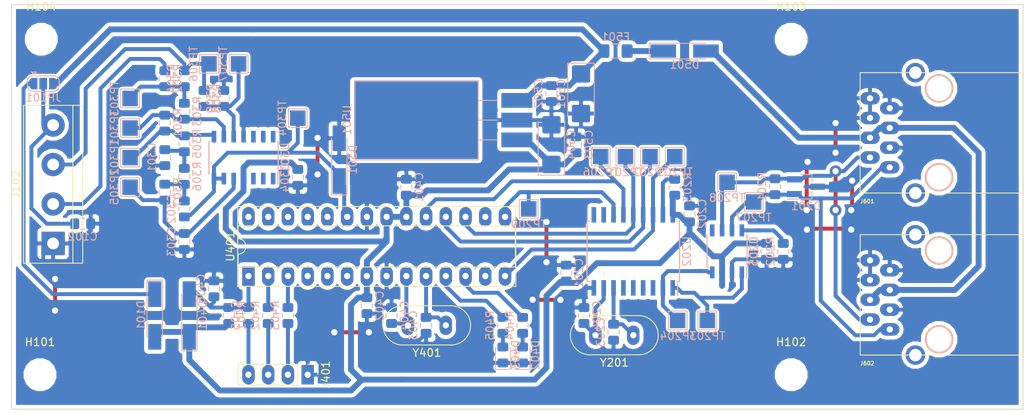
<source format=kicad_pcb>
(kicad_pcb (version 20171130) (host pcbnew 5.0.1)
  (layers (0 F.Cu jumper) (31 B.Cu signal) (34 B.Paste user) (35 F.Paste user) (36 B.SilkS user hide) (37 F.SilkS user) (38 B.Mask user) (39 F.Mask user) (44 Edge.Cuts user))
  (net 0 "")
  (net 1 GND)
  (net 2 "Net-(C102-Pad1)")
  (net 3 +5V)
  (net 4 "Net-(D101-Pad1)")
  (net 5 /MCU/RESET)
  (net 6 "Net-(C203-Pad1)")
  (net 7 "Net-(C204-Pad1)")
  (net 8 "Net-(C301-Pad1)")
  (net 9 "Net-(C302-Pad1)")
  (net 10 /MCU/analog1)
  (net 11 "Net-(C303-Pad1)")
  (net 12 "Net-(C403-Pad1)")
  (net 13 "Net-(C404-Pad1)")
  (net 14 "Net-(C405-Pad2)")
  (net 15 "/POWER SUPPLY/+18V_OUT")
  (net 16 /MCU/LED2)
  (net 17 /MCU/LED1)
  (net 18 "Net-(D501-Pad1)")
  (net 19 "/POWER SUPPLY/+18V_IN")
  (net 20 "/CANBUS CONN/CAN_L")
  (net 21 "/CANBUS CONN/CAN_H")
  (net 22 "Net-(R202-Pad1)")
  (net 23 "Net-(R203-Pad2)")
  (net 24 "Net-(R301-Pad2)")
  (net 25 "Net-(R301-Pad1)")
  (net 26 "Net-(R302-Pad1)")
  (net 27 "Net-(R308-Pad1)")
  (net 28 /MCU/USART_RX)
  (net 29 "Net-(J401-Pad3)")
  (net 30 "Net-(J401-Pad2)")
  (net 31 /MCU/USART_TX)
  (net 32 /MOSI)
  (net 33 /MISO)
  (net 34 /CANBUS/TXCAN)
  (net 35 /CANBUS/RXCAN)
  (net 36 /CANBUS/CS)
  (net 37 /SCK)
  (net 38 /CANBUS/INT)
  (net 39 "Net-(U401-Pad4)")
  (net 40 "Net-(U401-Pad5)")
  (net 41 "Net-(U401-Pad6)")
  (net 42 "Net-(U401-Pad24)")
  (net 43 "Net-(U401-Pad25)")
  (net 44 "Net-(U401-Pad26)")
  (net 45 "Net-(U401-Pad13)")
  (net 46 "Net-(U401-Pad27)")
  (net 47 "Net-(U401-Pad28)")
  (net 48 "Net-(U201-Pad5)")
  (net 49 "Net-(U202-Pad3)")
  (net 50 "Net-(U202-Pad4)")
  (net 51 "Net-(U202-Pad5)")
  (net 52 "Net-(U202-Pad6)")
  (net 53 "Net-(U202-Pad11)")
  (net 54 /OPAMP/in1+)
  (net 55 /OPAMP/in1-)
  (net 56 "Net-(D402-Pad2)")
  (net 57 "Net-(D403-Pad2)")
  (net 58 "Net-(U401-Pad16)")
  (net 59 "Net-(U202-Pad10)")
  (module Capacitor_Tantalum_SMD:CP_EIA-6032-20_AVX-F_Pad2.25x2.35mm_HandSolder (layer B.Cu) (at 153.035 84.235 270)
    (fp_text reference C501 (at 0 2.55 270) (layer B.SilkS) (effects (justify mirror)))
    (fp_text value 1uF)
    (pad 1 smd roundrect (at -2.55 0 270) (size 2.25 2.35) (layers B.Cu B.Paste B.Mask) (roundrect_rratio 0.111111) (net 15 "/POWER SUPPLY/+18V_OUT"))
    (pad 2 smd roundrect (at 2.55 0 270) (size 2.25 2.35) (layers B.Cu B.Paste B.Mask) (roundrect_rratio 0.111111) (net 1 GND))
  )
  (module Capacitor_Tantalum_SMD:CP_EIA-6032-20_AVX-F_Pad2.25x2.35mm_HandSolder (layer B.Cu) (at 149.225 90.78 90)
    (fp_text reference C504 (at 0 2.55 90) (layer B.SilkS) (effects (justify mirror)))
    (fp_text value 1uF)
    (pad 2 smd roundrect (at 2.55 0 90) (size 2.25 2.35) (layers B.Cu B.Paste B.Mask) (roundrect_rratio 0.111111) (net 1 GND))
    (pad 1 smd roundrect (at -2.55 0 90) (size 2.25 2.35) (layers B.Cu B.Paste B.Mask) (roundrect_rratio 0.111111) (net 3 +5V))
  )
  (module KicadZeniteSolarLibrary18:TO-220-3_Horizontal_TabDown_SMD (layer B.Cu) (at 143.51 85.09 270)
    (fp_text reference U501 (at 2.54 20.58 270) (layer B.SilkS) (effects (justify mirror)))
    (fp_text value LM7805)
    (pad "" smd rect (at 2.54 11.684 270) (size 10 16) (layers B.Cu B.Paste B.Mask))
    (pad 1 smd rect (at 0 -1.27 270) (size 1.905 4) (layers B.Cu B.Paste B.Mask) (net 15 "/POWER SUPPLY/+18V_OUT"))
    (pad 2 smd rect (at 2.54 -1.27 270) (size 1.905 4) (layers B.Cu B.Paste B.Mask) (net 1 GND))
    (pad 3 smd rect (at 5.08 -1.27 270) (size 1.905 4) (layers B.Cu B.Paste B.Mask) (net 3 +5V))
  )
  (module Package_TO_SOT_SMD:SOT-23_Handsoldering (layer B.Cu) (at 182 96.2)
    (fp_text reference D201 (at 0 2.5) (layer B.SilkS) (effects (justify mirror)))
    (fp_text value pesd1can)
    (pad 3 smd rect (at 1.5 0) (size 1.9 0.8) (layers B.Cu B.Paste B.Mask) (net 1 GND))
    (pad 2 smd rect (at -1.5 -0.95) (size 1.9 0.8) (layers B.Cu B.Paste B.Mask) (net 20 "/CANBUS CONN/CAN_L"))
    (pad 1 smd rect (at -1.5 0.95) (size 1.9 0.8) (layers B.Cu B.Paste B.Mask) (net 21 "/CANBUS CONN/CAN_H"))
  )
  (module TerminalBlock:TerminalBlock_bornier-4_P5.08mm (layer F.Cu) (at 85.09 103.505 90)
    (fp_text reference J102 (at 7.6 -4.8 90) (layer F.SilkS))
    (fp_text value SENSOR)
    (pad 4 thru_hole circle (at 15.24 0 90) (size 3 3) (drill 1.52) (layers *.Cu *.Mask) (net 2 "Net-(C102-Pad1)"))
    (pad 1 thru_hole rect (at 0 0 90) (size 3 3) (drill 1.52) (layers *.Cu *.Mask) (net 1 GND))
    (pad 3 thru_hole circle (at 10.16 0 90) (size 3 3) (drill 1.52) (layers *.Cu *.Mask) (net 54 /OPAMP/in1+))
    (pad 2 thru_hole circle (at 5.08 0 90) (size 3 3) (drill 1.52) (layers *.Cu *.Mask) (net 55 /OPAMP/in1-))
  )
  (module TestPoint:TestPoint_Pad_2.0x2.0mm (layer B.Cu) (at 94.996 88.646 270)
    (fp_text reference TP301 (at 0 1.998 270) (layer B.SilkS) (effects (justify mirror)))
    (fp_text value op_a_in-)
    (pad 1 smd rect (at 0 0 270) (size 2 2) (layers B.Cu B.Mask) (net 24 "Net-(R301-Pad2)"))
  )
  (module TestPoint:TestPoint_Pad_2.0x2.0mm (layer B.Cu) (at 94.996 92.456 270)
    (fp_text reference TP302 (at 0 1.998 270) (layer B.SilkS) (effects (justify mirror)))
    (fp_text value op_a_out)
    (pad 1 smd rect (at 0 0 270) (size 2 2) (layers B.Cu B.Mask) (net 25 "Net-(R301-Pad1)"))
  )
  (module Jumper:SolderJumper-3_P1.3mm_Open_RoundedPad1.0x1.5mm (layer B.Cu) (at 83.82 82.931)
    (fp_text reference JP101 (at 0 1.8) (layer B.SilkS) (effects (justify mirror)))
    (fp_text value jmp)
    (pad 1 smd custom (at -1.3 0) (size 1 0.5) (layers B.Cu B.Mask) (net 4 "Net-(D101-Pad1)") (options (clearance outline) (anchor rect)) (primitives (gr_circle (center 0 -0.25) (end 0.5 -0.25) (width 0)) (gr_circle (center 0 0.25) (end 0.5 0.25) (width 0)) (gr_poly (pts (xy 0.55 0.75) (xy 0 0.75) (xy 0 -0.75) (xy 0.55 -0.75)) (width 0))))
    (pad 3 smd custom (at 1.3 0) (size 1 0.5) (layers B.Cu B.Mask) (net 15 "/POWER SUPPLY/+18V_OUT") (options (clearance outline) (anchor rect)) (primitives (gr_circle (center 0 -0.25) (end 0.5 -0.25) (width 0)) (gr_circle (center 0 0.25) (end 0.5 0.25) (width 0)) (gr_poly (pts (xy -0.55 0.75) (xy 0 0.75) (xy 0 -0.75) (xy -0.55 -0.75)) (width 0))))
    (pad 2 smd rect (at 0 0) (size 1 1.5) (layers B.Cu B.Mask) (net 2 "Net-(C102-Pad1)"))
  )
  (module Package_DIP:DIP-28_W7.62mm_Socket (layer F.Cu) (at 110.236 107.696 90)
    (fp_text reference U401 (at 3.81 -2.33 90) (layer F.SilkS))
    (fp_text value ATMEGA328P-PU)
    (pad 1 thru_hole rect (at 0 0 90) (size 2.5 1.6) (drill 0.8) (layers *.Cu *.Mask) (net 5 /MCU/RESET))
    (pad 15 thru_hole oval (at 7.62 33.02 90) (size 2.5 1.6) (drill 0.8) (layers *.Cu *.Mask) (net 38 /CANBUS/INT))
    (pad 2 thru_hole oval (at 0 2.54 90) (size 2.5 1.6) (drill 0.8) (layers *.Cu *.Mask) (net 28 /MCU/USART_RX))
    (pad 16 thru_hole oval (at 7.62 30.48 90) (size 2.5 1.6) (drill 0.8) (layers *.Cu *.Mask) (net 58 "Net-(U401-Pad16)"))
    (pad 3 thru_hole oval (at 0 5.08 90) (size 2.5 1.6) (drill 0.8) (layers *.Cu *.Mask) (net 31 /MCU/USART_TX))
    (pad 17 thru_hole oval (at 7.62 27.94 90) (size 2.5 1.6) (drill 0.8) (layers *.Cu *.Mask) (net 32 /MOSI))
    (pad 4 thru_hole oval (at 0 7.62 90) (size 2.5 1.6) (drill 0.8) (layers *.Cu *.Mask) (net 39 "Net-(U401-Pad4)"))
    (pad 18 thru_hole oval (at 7.62 25.4 90) (size 2.5 1.6) (drill 0.8) (layers *.Cu *.Mask) (net 33 /MISO))
    (pad 5 thru_hole oval (at 0 10.16 90) (size 2.5 1.6) (drill 0.8) (layers *.Cu *.Mask) (net 40 "Net-(U401-Pad5)"))
    (pad 19 thru_hole oval (at 7.62 22.86 90) (size 2.5 1.6) (drill 0.8) (layers *.Cu *.Mask) (net 37 /SCK))
    (pad 6 thru_hole oval (at 0 12.7 90) (size 2.5 1.6) (drill 0.8) (layers *.Cu *.Mask) (net 41 "Net-(U401-Pad6)"))
    (pad 20 thru_hole oval (at 7.62 20.32 90) (size 2.5 1.6) (drill 0.8) (layers *.Cu *.Mask) (net 3 +5V))
    (pad 7 thru_hole oval (at 0 15.24 90) (size 2.5 1.6) (drill 0.8) (layers *.Cu *.Mask) (net 3 +5V))
    (pad 21 thru_hole oval (at 7.62 17.78 90) (size 2.5 1.6) (drill 0.8) (layers *.Cu *.Mask) (net 3 +5V))
    (pad 8 thru_hole oval (at 0 17.78 90) (size 2.5 1.6) (drill 0.8) (layers *.Cu *.Mask) (net 1 GND))
    (pad 22 thru_hole oval (at 7.62 15.24 90) (size 2.5 1.6) (drill 0.8) (layers *.Cu *.Mask) (net 1 GND))
    (pad 9 thru_hole oval (at 0 20.32 90) (size 2.5 1.6) (drill 0.8) (layers *.Cu *.Mask) (net 13 "Net-(C404-Pad1)"))
    (pad 23 thru_hole oval (at 7.62 12.7 90) (size 2.5 1.6) (drill 0.8) (layers *.Cu *.Mask) (net 10 /MCU/analog1))
    (pad 10 thru_hole oval (at 0 22.86 90) (size 2.5 1.6) (drill 0.8) (layers *.Cu *.Mask) (net 12 "Net-(C403-Pad1)"))
    (pad 24 thru_hole oval (at 7.62 10.16 90) (size 2.5 1.6) (drill 0.8) (layers *.Cu *.Mask) (net 42 "Net-(U401-Pad24)"))
    (pad 11 thru_hole oval (at 0 25.4 90) (size 2.5 1.6) (drill 0.8) (layers *.Cu *.Mask) (net 17 /MCU/LED1))
    (pad 25 thru_hole oval (at 7.62 7.62 90) (size 2.5 1.6) (drill 0.8) (layers *.Cu *.Mask) (net 43 "Net-(U401-Pad25)"))
    (pad 12 thru_hole oval (at 0 27.94 90) (size 2.5 1.6) (drill 0.8) (layers *.Cu *.Mask) (net 16 /MCU/LED2))
    (pad 26 thru_hole oval (at 7.62 5.08 90) (size 2.5 1.6) (drill 0.8) (layers *.Cu *.Mask) (net 44 "Net-(U401-Pad26)"))
    (pad 13 thru_hole oval (at 0 30.48 90) (size 2.5 1.6) (drill 0.8) (layers *.Cu *.Mask) (net 45 "Net-(U401-Pad13)"))
    (pad 27 thru_hole oval (at 7.62 2.54 90) (size 2.5 1.6) (drill 0.8) (layers *.Cu *.Mask) (net 46 "Net-(U401-Pad27)"))
    (pad 14 thru_hole oval (at 0 33.02 90) (size 2.5 1.6) (drill 0.8) (layers *.Cu *.Mask) (net 36 /CANBUS/CS))
    (pad 28 thru_hole oval (at 7.62 0 90) (size 2.5 1.6) (drill 0.8) (layers *.Cu *.Mask) (net 47 "Net-(U401-Pad28)"))
  )
  (module Fuse:Fuse_1206_3216Metric_Pad1.42x1.75mm_HandSolder (layer B.Cu) (at 157.48 78.74 180)
    (fp_text reference F501 (at 0 1.82 180) (layer B.SilkS) (effects (justify mirror)))
    (fp_text value 500mA)
    (pad 1 smd roundrect (at -1.4875 0 180) (size 1.425 1.75) (layers B.Cu B.Paste B.Mask) (roundrect_rratio 0.175439) (net 18 "Net-(D501-Pad1)"))
    (pad 2 smd roundrect (at 1.4875 0 180) (size 1.425 1.75) (layers B.Cu B.Paste B.Mask) (roundrect_rratio 0.175439) (net 15 "/POWER SUPPLY/+18V_OUT"))
  )
  (module KicadZeniteSolarLibrary18:RJ45_YH59_01 (layer F.Cu) (at 192.778 93.716 90)
    (fp_text reference J601 (at -4.364296 -2.909696) (layer F.SilkS) (effects (font (size 0.5 0.5) (thickness 0.1))))
    (fp_text value RJ45)
    (pad "" np_thru_hole circle (at 10.165 6.346 90) (size 3.65 3.65) (drill 3.2) (layers *.Cu *.SilkS *.Mask))
    (pad "" np_thru_hole circle (at -1.265 6.346 90) (size 3.65 3.65) (drill 3.2) (layers *.Cu *.SilkS *.Mask))
    (pad 1 thru_hole oval (at 0.005 -0.004 90) (size 1.6 2.5) (drill 0.8) (layers *.Cu *.Mask) (net 21 "/CANBUS CONN/CAN_H"))
    (pad 2 thru_hole oval (at 1.275 -2.544 90) (size 1.6 2.5) (drill 0.8) (layers *.Cu *.Mask) (net 20 "/CANBUS CONN/CAN_L"))
    (pad 3 thru_hole oval (at 2.545 -0.004 90) (size 1.6 2.5) (drill 0.8) (layers *.Cu *.Mask) (net 1 GND))
    (pad 4 thru_hole oval (at 3.815 -2.544 90) (size 1.6 2.5) (drill 0.8) (layers *.Cu *.Mask) (net 19 "/POWER SUPPLY/+18V_IN"))
    (pad 5 thru_hole oval (at 5.085 -0.004 90) (size 1.6 2.5) (drill 0.8) (layers *.Cu *.Mask) (net 19 "/POWER SUPPLY/+18V_IN"))
    (pad 6 thru_hole oval (at 6.355 -2.544 90) (size 1.6 2.5) (drill 0.8) (layers *.Cu *.Mask) (net 1 GND))
    (pad 7 thru_hole oval (at 7.625 -0.004 90) (size 1.6 2.5) (drill 0.8) (layers *.Cu *.Mask) (net 1 GND))
    (pad 8 thru_hole oval (at 8.895 -2.544 90) (size 1.6 2.5) (drill 0.8) (layers *.Cu *.Mask) (net 1 GND))
    (pad 9 thru_hole circle (at -3.3 3.296 90) (size 2.5 2.5) (drill 1.6) (layers *.Cu *.Mask))
    (pad 9 thru_hole circle (at 12.2 3.296 90) (size 2.5 2.5) (drill 1.6) (layers *.Cu *.Mask))
  )
  (module KicadZeniteSolarLibrary18:RJ45_YH59_01 (layer F.Cu) (at 192.782 114.571 90)
    (fp_text reference J602 (at -4.364296 -2.909696) (layer F.SilkS) (effects (font (size 0.5 0.5) (thickness 0.1))))
    (fp_text value RJ45)
    (pad "" np_thru_hole circle (at 10.165 6.346 90) (size 3.65 3.65) (drill 3.2) (layers *.Cu *.SilkS *.Mask))
    (pad "" np_thru_hole circle (at -1.265 6.346 90) (size 3.65 3.65) (drill 3.2) (layers *.Cu *.SilkS *.Mask))
    (pad 1 thru_hole oval (at 0.005 -0.004 90) (size 1.6 2.5) (drill 0.8) (layers *.Cu *.Mask) (net 21 "/CANBUS CONN/CAN_H"))
    (pad 2 thru_hole oval (at 1.275 -2.544 90) (size 1.6 2.5) (drill 0.8) (layers *.Cu *.Mask) (net 20 "/CANBUS CONN/CAN_L"))
    (pad 3 thru_hole oval (at 2.545 -0.004 90) (size 1.6 2.5) (drill 0.8) (layers *.Cu *.Mask) (net 1 GND))
    (pad 4 thru_hole oval (at 3.815 -2.544 90) (size 1.6 2.5) (drill 0.8) (layers *.Cu *.Mask) (net 19 "/POWER SUPPLY/+18V_IN"))
    (pad 5 thru_hole oval (at 5.085 -0.004 90) (size 1.6 2.5) (drill 0.8) (layers *.Cu *.Mask) (net 19 "/POWER SUPPLY/+18V_IN"))
    (pad 6 thru_hole oval (at 6.355 -2.544 90) (size 1.6 2.5) (drill 0.8) (layers *.Cu *.Mask) (net 1 GND))
    (pad 7 thru_hole oval (at 7.625 -0.004 90) (size 1.6 2.5) (drill 0.8) (layers *.Cu *.Mask) (net 1 GND))
    (pad 8 thru_hole oval (at 8.895 -2.544 90) (size 1.6 2.5) (drill 0.8) (layers *.Cu *.Mask) (net 1 GND))
    (pad 9 thru_hole circle (at -3.3 3.296 90) (size 2.5 2.5) (drill 1.6) (layers *.Cu *.Mask))
    (pad 9 thru_hole circle (at 12.2 3.296 90) (size 2.5 2.5) (drill 1.6) (layers *.Cu *.Mask))
  )
  (module Capacitor_SMD:C_0805_2012Metric_Pad1.15x1.40mm_HandSolder (layer B.Cu) (at 88.9 100.965)
    (fp_text reference C102 (at 0 1.65) (layer B.SilkS) (effects (justify mirror)))
    (fp_text value 100nF)
    (pad 1 smd roundrect (at -1.025 0) (size 1.15 1.4) (layers B.Cu B.Paste B.Mask) (roundrect_rratio 0.217391) (net 2 "Net-(C102-Pad1)"))
    (pad 2 smd roundrect (at 1.025 0) (size 1.15 1.4) (layers B.Cu B.Paste B.Mask) (roundrect_rratio 0.217391) (net 1 GND))
  )
  (module Capacitor_SMD:C_0805_2012Metric_Pad1.15x1.40mm_HandSolder (layer B.Cu) (at 151.13 107.315 90)
    (fp_text reference C201 (at 0 1.65 90) (layer B.SilkS) (effects (justify mirror)))
    (fp_text value 100nF)
    (pad 1 smd roundrect (at -1.025 0 90) (size 1.15 1.4) (layers B.Cu B.Paste B.Mask) (roundrect_rratio 0.217391) (net 3 +5V))
    (pad 2 smd roundrect (at 1.025 0 90) (size 1.15 1.4) (layers B.Cu B.Paste B.Mask) (roundrect_rratio 0.217391) (net 1 GND))
  )
  (module Capacitor_SMD:C_0805_2012Metric_Pad1.15x1.40mm_HandSolder (layer B.Cu) (at 167.005 99.695 90)
    (fp_text reference C202 (at 0 1.65 90) (layer B.SilkS) (effects (justify mirror)))
    (fp_text value 100nF)
    (pad 1 smd roundrect (at -1.025 0 90) (size 1.15 1.4) (layers B.Cu B.Paste B.Mask) (roundrect_rratio 0.217391) (net 3 +5V))
    (pad 2 smd roundrect (at 1.025 0 90) (size 1.15 1.4) (layers B.Cu B.Paste B.Mask) (roundrect_rratio 0.217391) (net 1 GND))
  )
  (module Capacitor_SMD:C_0805_2012Metric_Pad1.15x1.40mm_HandSolder (layer B.Cu) (at 157.226 114.926 270)
    (fp_text reference C203 (at 0 1.65 270) (layer B.SilkS) (effects (justify mirror)))
    (fp_text value 22pF)
    (pad 1 smd roundrect (at -1.025 0 270) (size 1.15 1.4) (layers B.Cu B.Paste B.Mask) (roundrect_rratio 0.217391) (net 6 "Net-(C203-Pad1)"))
    (pad 2 smd roundrect (at 1.025 0 270) (size 1.15 1.4) (layers B.Cu B.Paste B.Mask) (roundrect_rratio 0.217391) (net 1 GND))
  )
  (module Capacitor_SMD:C_0805_2012Metric_Pad1.15x1.40mm_HandSolder (layer B.Cu) (at 153.416 112.776 90)
    (fp_text reference C204 (at 0 1.65 90) (layer B.SilkS) (effects (justify mirror)))
    (fp_text value 22pF)
    (pad 1 smd roundrect (at -1.025 0 90) (size 1.15 1.4) (layers B.Cu B.Paste B.Mask) (roundrect_rratio 0.217391) (net 7 "Net-(C204-Pad1)"))
    (pad 2 smd roundrect (at 1.025 0 90) (size 1.15 1.4) (layers B.Cu B.Paste B.Mask) (roundrect_rratio 0.217391) (net 1 GND))
  )
  (module Capacitor_SMD:C_0805_2012Metric_Pad1.15x1.40mm_HandSolder (layer B.Cu) (at 176.911 104.521 270)
    (fp_text reference C205 (at 0 1.65 270) (layer B.SilkS) (effects (justify mirror)))
    (fp_text value 100nF)
    (pad 1 smd roundrect (at -1.025 0 270) (size 1.15 1.4) (layers B.Cu B.Paste B.Mask) (roundrect_rratio 0.217391) (net 3 +5V))
    (pad 2 smd roundrect (at 1.025 0 270) (size 1.15 1.4) (layers B.Cu B.Paste B.Mask) (roundrect_rratio 0.217391) (net 1 GND))
  )
  (module Capacitor_SMD:C_0805_2012Metric_Pad1.15x1.40mm_HandSolder (layer B.Cu) (at 99.46725 92.456 270)
    (fp_text reference C301 (at 0 1.65 270) (layer B.SilkS) (effects (justify mirror)))
    (fp_text value 100n)
    (pad 1 smd roundrect (at -1.025 0 270) (size 1.15 1.4) (layers B.Cu B.Paste B.Mask) (roundrect_rratio 0.217391) (net 8 "Net-(C301-Pad1)"))
    (pad 2 smd roundrect (at 1.025 0 270) (size 1.15 1.4) (layers B.Cu B.Paste B.Mask) (roundrect_rratio 0.217391) (net 1 GND))
  )
  (module Capacitor_SMD:C_0805_2012Metric_Pad1.15x1.40mm_HandSolder (layer B.Cu) (at 101.981 99.06 270)
    (fp_text reference C302 (at 0 1.65 270) (layer B.SilkS) (effects (justify mirror)))
    (fp_text value 100n)
    (pad 1 smd roundrect (at -1.025 0 270) (size 1.15 1.4) (layers B.Cu B.Paste B.Mask) (roundrect_rratio 0.217391) (net 9 "Net-(C302-Pad1)"))
    (pad 2 smd roundrect (at 1.025 0 270) (size 1.15 1.4) (layers B.Cu B.Paste B.Mask) (roundrect_rratio 0.217391) (net 10 /MCU/analog1))
  )
  (module Capacitor_SMD:C_0805_2012Metric_Pad1.15x1.40mm_HandSolder (layer B.Cu) (at 116.586 94.996 270)
    (fp_text reference C304 (at 0 1.65 270) (layer B.SilkS) (effects (justify mirror)))
    (fp_text value 100n)
    (pad 1 smd roundrect (at -1.025 0 270) (size 1.15 1.4) (layers B.Cu B.Paste B.Mask) (roundrect_rratio 0.217391) (net 3 +5V))
    (pad 2 smd roundrect (at 1.025 0 270) (size 1.15 1.4) (layers B.Cu B.Paste B.Mask) (roundrect_rratio 0.217391) (net 1 GND))
  )
  (module Capacitor_SMD:C_0805_2012Metric_Pad1.15x1.40mm_HandSolder (layer B.Cu) (at 130.556 96.266 90)
    (fp_text reference C401 (at 0 1.65 90) (layer B.SilkS) (effects (justify mirror)))
    (fp_text value 100nF)
    (pad 1 smd roundrect (at -1.025 0 90) (size 1.15 1.4) (layers B.Cu B.Paste B.Mask) (roundrect_rratio 0.217391) (net 3 +5V))
    (pad 2 smd roundrect (at 1.025 0 90) (size 1.15 1.4) (layers B.Cu B.Paste B.Mask) (roundrect_rratio 0.217391) (net 1 GND))
  )
  (module Capacitor_SMD:C_0805_2012Metric_Pad1.15x1.40mm_HandSolder (layer B.Cu) (at 125.476 111.506 90)
    (fp_text reference C402 (at 0 1.65 90) (layer B.SilkS) (effects (justify mirror)))
    (fp_text value 100nF)
    (pad 1 smd roundrect (at -1.025 0 90) (size 1.15 1.4) (layers B.Cu B.Paste B.Mask) (roundrect_rratio 0.217391) (net 1 GND))
    (pad 2 smd roundrect (at 1.025 0 90) (size 1.15 1.4) (layers B.Cu B.Paste B.Mask) (roundrect_rratio 0.217391) (net 3 +5V))
  )
  (module Capacitor_SMD:C_0805_2012Metric_Pad1.15x1.40mm_HandSolder (layer B.Cu) (at 133.096 114.046 270)
    (fp_text reference C403 (at 0 1.65 270) (layer B.SilkS) (effects (justify mirror)))
    (fp_text value 22pF)
    (pad 1 smd roundrect (at -1.025 0 270) (size 1.15 1.4) (layers B.Cu B.Paste B.Mask) (roundrect_rratio 0.217391) (net 12 "Net-(C403-Pad1)"))
    (pad 2 smd roundrect (at 1.025 0 270) (size 1.15 1.4) (layers B.Cu B.Paste B.Mask) (roundrect_rratio 0.217391) (net 1 GND))
  )
  (module Capacitor_SMD:C_0805_2012Metric_Pad1.15x1.40mm_HandSolder (layer B.Cu) (at 128.651 112.776 90)
    (fp_text reference C404 (at 0 1.65 90) (layer B.SilkS) (effects (justify mirror)))
    (fp_text value 22pF)
    (pad 1 smd roundrect (at -1.025 0 90) (size 1.15 1.4) (layers B.Cu B.Paste B.Mask) (roundrect_rratio 0.217391) (net 13 "Net-(C404-Pad1)"))
    (pad 2 smd roundrect (at 1.025 0 90) (size 1.15 1.4) (layers B.Cu B.Paste B.Mask) (roundrect_rratio 0.217391) (net 1 GND))
  )
  (module Capacitor_SMD:C_0805_2012Metric_Pad1.15x1.40mm_HandSolder (layer B.Cu) (at 110.236 112.776 270)
    (fp_text reference C405 (at 0 1.65 270) (layer B.SilkS) (effects (justify mirror)))
    (fp_text value 100nF)
    (pad 1 smd roundrect (at -1.025 0 270) (size 1.15 1.4) (layers B.Cu B.Paste B.Mask) (roundrect_rratio 0.217391) (net 5 /MCU/RESET))
    (pad 2 smd roundrect (at 1.025 0 270) (size 1.15 1.4) (layers B.Cu B.Paste B.Mask) (roundrect_rratio 0.217391) (net 14 "Net-(C405-Pad2)"))
  )
  (module Capacitor_SMD:C_0805_2012Metric_Pad1.15x1.40mm_HandSolder (layer B.Cu) (at 105.791 109.341 270)
    (fp_text reference C406 (at 0 1.65 270) (layer B.SilkS) (effects (justify mirror)))
    (fp_text value 100nF)
    (pad 1 smd roundrect (at -1.025 0 270) (size 1.15 1.4) (layers B.Cu B.Paste B.Mask) (roundrect_rratio 0.217391) (net 1 GND))
    (pad 2 smd roundrect (at 1.025 0 270) (size 1.15 1.4) (layers B.Cu B.Paste B.Mask) (roundrect_rratio 0.217391) (net 5 /MCU/RESET))
  )
  (module Capacitor_SMD:C_0805_2012Metric_Pad1.15x1.40mm_HandSolder (layer B.Cu) (at 149.225 84.21 270)
    (fp_text reference C502 (at 0 1.65 270) (layer B.SilkS) (effects (justify mirror)))
    (fp_text value 100nF)
    (pad 1 smd roundrect (at -1.025 0 270) (size 1.15 1.4) (layers B.Cu B.Paste B.Mask) (roundrect_rratio 0.217391) (net 15 "/POWER SUPPLY/+18V_OUT"))
    (pad 2 smd roundrect (at 1.025 0 270) (size 1.15 1.4) (layers B.Cu B.Paste B.Mask) (roundrect_rratio 0.217391) (net 1 GND))
  )
  (module Capacitor_SMD:C_0805_2012Metric_Pad1.15x1.40mm_HandSolder (layer B.Cu) (at 152.4 90.805 90)
    (fp_text reference C503 (at 0 1.65 90) (layer B.SilkS) (effects (justify mirror)))
    (fp_text value 100nF)
    (pad 1 smd roundrect (at -1.025 0 90) (size 1.15 1.4) (layers B.Cu B.Paste B.Mask) (roundrect_rratio 0.217391) (net 3 +5V))
    (pad 2 smd roundrect (at 1.025 0 90) (size 1.15 1.4) (layers B.Cu B.Paste B.Mask) (roundrect_rratio 0.217391) (net 1 GND))
  )
  (module Capacitor_SMD:C_0805_2012Metric_Pad1.15x1.40mm_HandSolder (layer B.Cu) (at 101.981 103.251 270)
    (fp_text reference C303 (at 0 1.65 270) (layer B.SilkS) (effects (justify mirror)))
    (fp_text value 100n)
    (pad 1 smd roundrect (at -1.025 0 270) (size 1.15 1.4) (layers B.Cu B.Paste B.Mask) (roundrect_rratio 0.217391) (net 11 "Net-(C303-Pad1)"))
    (pad 2 smd roundrect (at 1.025 0 270) (size 1.15 1.4) (layers B.Cu B.Paste B.Mask) (roundrect_rratio 0.217391) (net 1 GND))
  )
  (module Connector_PinHeader_2.54mm:PinHeader_1x04_P2.54mm_Vertical (layer F.Cu) (at 117.856 120.396 270)
    (fp_text reference J401 (at 0 -2.33 270) (layer F.SilkS))
    (fp_text value USART)
    (pad 1 thru_hole rect (at 0 0 270) (size 2.5 1.6) (drill 0.8) (layers *.Cu *.Mask) (net 1 GND))
    (pad 2 thru_hole oval (at 0 2.54 270) (size 2.5 1.6) (drill 0.8) (layers *.Cu *.Mask) (net 30 "Net-(J401-Pad2)"))
    (pad 3 thru_hole oval (at 0 5.08 270) (size 2.5 1.6) (drill 0.8) (layers *.Cu *.Mask) (net 29 "Net-(J401-Pad3)"))
    (pad 4 thru_hole oval (at 0 7.62 270) (size 2.5 1.6) (drill 0.8) (layers *.Cu *.Mask) (net 14 "Net-(C405-Pad2)"))
  )
  (module Crystal:Crystal_HC49-U_Vertical (layer F.Cu) (at 159.766 115.316 180)
    (fp_text reference Y201 (at 2.44 -3.525 180) (layer F.SilkS))
    (fp_text value 16MHz)
    (pad 1 thru_hole oval (at 0 0 180) (size 1.6 2.5) (drill 0.8) (layers *.Cu *.Mask) (net 6 "Net-(C203-Pad1)"))
    (pad 2 thru_hole oval (at 4.88 0 180) (size 1.6 2.5) (drill 0.8) (layers *.Cu *.Mask) (net 7 "Net-(C204-Pad1)"))
  )
  (module Crystal:Crystal_HC49-U_Vertical (layer F.Cu) (at 135.636 114.046 180)
    (fp_text reference Y401 (at 2.44 -3.525 180) (layer F.SilkS))
    (fp_text value 16MHz)
    (pad 1 thru_hole oval (at 0 0 180) (size 1.6 2.5) (drill 0.8) (layers *.Cu *.Mask) (net 12 "Net-(C403-Pad1)"))
    (pad 2 thru_hole oval (at 4.88 0 180) (size 1.6 2.5) (drill 0.8) (layers *.Cu *.Mask) (net 13 "Net-(C404-Pad1)"))
  )
  (module Diode_SMD:D_MiniMELF_Handsoldering (layer B.Cu) (at 102.616 112.776 90)
    (fp_text reference D401 (at 0 1.75 90) (layer B.SilkS) (effects (justify mirror)))
    (fp_text value LL4148)
    (pad 1 smd rect (at -2.75 0 90) (size 3.3 1.7) (layers B.Cu B.Paste B.Mask) (net 3 +5V))
    (pad 2 smd rect (at 2.75 0 90) (size 3.3 1.7) (layers B.Cu B.Paste B.Mask) (net 5 /MCU/RESET))
  )
  (module Diode_SMD:D_MiniMELF_Handsoldering (layer B.Cu) (at 121.92 92.71 90)
    (fp_text reference D301 (at 0 1.75 90) (layer B.SilkS) (effects (justify mirror)))
    (fp_text value 4V7)
    (pad 1 smd rect (at -2.75 0 90) (size 3.3 1.7) (layers B.Cu B.Paste B.Mask) (net 10 /MCU/analog1))
    (pad 2 smd rect (at 2.75 0 90) (size 3.3 1.7) (layers B.Cu B.Paste B.Mask) (net 1 GND))
  )
  (module Diode_SMD:D_MiniMELF_Handsoldering (layer B.Cu) (at 98.171 112.776 270)
    (fp_text reference D101 (at 0 1.75 270) (layer B.SilkS) (effects (justify mirror)))
    (fp_text value LL4148)
    (pad 1 smd rect (at -2.75 0 270) (size 3.3 1.7) (layers B.Cu B.Paste B.Mask) (net 4 "Net-(D101-Pad1)"))
    (pad 2 smd rect (at 2.75 0 270) (size 3.3 1.7) (layers B.Cu B.Paste B.Mask) (net 3 +5V))
  )
  (module Diode_SMD:D_MiniMELF_Handsoldering (layer B.Cu) (at 166.37 78.74)
    (fp_text reference D501 (at 0 1.75) (layer B.SilkS) (effects (justify mirror)))
    (fp_text value LL4148)
    (pad 1 smd rect (at -2.75 0) (size 3.3 1.7) (layers B.Cu B.Paste B.Mask) (net 18 "Net-(D501-Pad1)"))
    (pad 2 smd rect (at 2.75 0) (size 3.3 1.7) (layers B.Cu B.Paste B.Mask) (net 19 "/POWER SUPPLY/+18V_IN"))
  )
  (module LED_SMD:LED_0805_2012Metric_Pad1.15x1.40mm_HandSolder (layer B.Cu) (at 142.981344 117.856 90)
    (fp_text reference D403 (at 0 1.65 90) (layer B.SilkS) (effects (justify mirror)))
    (fp_text value LED_RED)
    (pad 1 smd roundrect (at -1.025 0 90) (size 1.15 1.4) (layers B.Cu B.Paste B.Mask) (roundrect_rratio 0.217391) (net 1 GND))
    (pad 2 smd roundrect (at 1.025 0 90) (size 1.15 1.4) (layers B.Cu B.Paste B.Mask) (roundrect_rratio 0.217391) (net 57 "Net-(D403-Pad2)"))
  )
  (module LED_SMD:LED_0805_2012Metric_Pad1.15x1.40mm_HandSolder (layer B.Cu) (at 145.521344 117.856 90)
    (fp_text reference D402 (at 0 1.65 90) (layer B.SilkS) (effects (justify mirror)))
    (fp_text value LED_RED)
    (pad 1 smd roundrect (at -1.025 0 90) (size 1.15 1.4) (layers B.Cu B.Paste B.Mask) (roundrect_rratio 0.217391) (net 1 GND))
    (pad 2 smd roundrect (at 1.025 0 90) (size 1.15 1.4) (layers B.Cu B.Paste B.Mask) (roundrect_rratio 0.217391) (net 56 "Net-(D402-Pad2)"))
  )
  (module MountingHole:MountingHole_3.2mm_M3 (layer F.Cu) (at 83.566 77.216)
    (fp_text reference H104 (at 0 -4.2) (layer F.SilkS))
    (fp_text value MountingHole)
    (pad 1 np_thru_hole circle (at 0 0) (size 3.2 3.2) (drill 3.2) (layers *.Cu *.Mask))
  )
  (module MountingHole:MountingHole_3.2mm_M3 (layer F.Cu) (at 180.086 120.396)
    (fp_text reference H102 (at 0 -4.2) (layer F.SilkS))
    (fp_text value MountingHole)
    (pad 1 np_thru_hole circle (at 0 0) (size 3.2 3.2) (drill 3.2) (layers *.Cu *.Mask))
  )
  (module MountingHole:MountingHole_3.2mm_M3 (layer F.Cu) (at 83.403001 120.396)
    (fp_text reference H101 (at 0 -4.2) (layer F.SilkS))
    (fp_text value MountingHole)
    (pad 1 np_thru_hole circle (at 0 0) (size 3.2 3.2) (drill 3.2) (layers *.Cu *.Mask))
  )
  (module MountingHole:MountingHole_3.2mm_M3 (layer F.Cu) (at 180.086 77.216)
    (fp_text reference H103 (at 0 -4.2) (layer F.SilkS))
    (fp_text value MountingHole)
    (pad 1 np_thru_hole circle (at 0 0) (size 3.2 3.2) (drill 3.2) (layers *.Cu *.Mask))
  )
  (module Package_SO:SOIC-14_3.9x8.7mm_P1.27mm (layer B.Cu) (at 109.601 92.456 90)
    (fp_text reference U301 (at 0 5.375 90) (layer B.SilkS) (effects (justify mirror)))
    (fp_text value LM324)
    (pad 1 smd rect (at -2.7 3.81 90) (size 1.5 0.6) (layers B.Cu B.Paste B.Mask))
    (pad 2 smd rect (at -2.7 2.54 90) (size 1.5 0.6) (layers B.Cu B.Paste B.Mask))
    (pad 3 smd rect (at -2.7 1.27 90) (size 1.5 0.6) (layers B.Cu B.Paste B.Mask))
    (pad 4 smd rect (at -2.7 0 90) (size 1.5 0.6) (layers B.Cu B.Paste B.Mask) (net 3 +5V))
    (pad 5 smd rect (at -2.7 -1.27 90) (size 1.5 0.6) (layers B.Cu B.Paste B.Mask) (net 11 "Net-(C303-Pad1)"))
    (pad 6 smd rect (at -2.7 -2.54 90) (size 1.5 0.6) (layers B.Cu B.Paste B.Mask) (net 10 /MCU/analog1))
    (pad 7 smd rect (at -2.7 -3.81 90) (size 1.5 0.6) (layers B.Cu B.Paste B.Mask) (net 10 /MCU/analog1))
    (pad 8 smd rect (at 2.7 -3.81 90) (size 1.5 0.6) (layers B.Cu B.Paste B.Mask) (net 25 "Net-(R301-Pad1)"))
    (pad 9 smd rect (at 2.7 -2.54 90) (size 1.5 0.6) (layers B.Cu B.Paste B.Mask) (net 24 "Net-(R301-Pad2)"))
    (pad 10 smd rect (at 2.7 -1.27 90) (size 1.5 0.6) (layers B.Cu B.Paste B.Mask) (net 27 "Net-(R308-Pad1)"))
    (pad 11 smd rect (at 2.7 0 90) (size 1.5 0.6) (layers B.Cu B.Paste B.Mask) (net 1 GND))
    (pad 12 smd rect (at 2.7 1.27 90) (size 1.5 0.6) (layers B.Cu B.Paste B.Mask))
    (pad 13 smd rect (at 2.7 2.54 90) (size 1.5 0.6) (layers B.Cu B.Paste B.Mask))
    (pad 14 smd rect (at 2.7 3.81 90) (size 1.5 0.6) (layers B.Cu B.Paste B.Mask))
  )
  (module Package_SO:SOIC-18W_7.5x11.6mm_P1.27mm (layer B.Cu) (at 159.766 104.521 90)
    (fp_text reference U202 (at 0 6.875 90) (layer B.SilkS) (effects (justify mirror)))
    (fp_text value MCP2515-xSO)
    (pad 1 smd rect (at -4.7 5.08 90) (size 2 0.6) (layers B.Cu B.Paste B.Mask) (net 34 /CANBUS/TXCAN))
    (pad 2 smd rect (at -4.7 3.81 90) (size 2 0.6) (layers B.Cu B.Paste B.Mask) (net 35 /CANBUS/RXCAN))
    (pad 3 smd rect (at -4.7 2.54 90) (size 2 0.6) (layers B.Cu B.Paste B.Mask) (net 49 "Net-(U202-Pad3)"))
    (pad 4 smd rect (at -4.7 1.27 90) (size 2 0.6) (layers B.Cu B.Paste B.Mask) (net 50 "Net-(U202-Pad4)"))
    (pad 5 smd rect (at -4.7 0 90) (size 2 0.6) (layers B.Cu B.Paste B.Mask) (net 51 "Net-(U202-Pad5)"))
    (pad 6 smd rect (at -4.7 -1.27 90) (size 2 0.6) (layers B.Cu B.Paste B.Mask) (net 52 "Net-(U202-Pad6)"))
    (pad 7 smd rect (at -4.7 -2.54 90) (size 2 0.6) (layers B.Cu B.Paste B.Mask) (net 6 "Net-(C203-Pad1)"))
    (pad 8 smd rect (at -4.7 -3.81 90) (size 2 0.6) (layers B.Cu B.Paste B.Mask) (net 7 "Net-(C204-Pad1)"))
    (pad 9 smd rect (at -4.7 -5.08 90) (size 2 0.6) (layers B.Cu B.Paste B.Mask) (net 1 GND))
    (pad 10 smd rect (at 4.7 -5.08 90) (size 2 0.6) (layers B.Cu B.Paste B.Mask) (net 59 "Net-(U202-Pad10)"))
    (pad 11 smd rect (at 4.7 -3.81 90) (size 2 0.6) (layers B.Cu B.Paste B.Mask) (net 53 "Net-(U202-Pad11)"))
    (pad 12 smd rect (at 4.7 -2.54 90) (size 2 0.6) (layers B.Cu B.Paste B.Mask) (net 38 /CANBUS/INT))
    (pad 13 smd rect (at 4.7 -1.27 90) (size 2 0.6) (layers B.Cu B.Paste B.Mask) (net 37 /SCK))
    (pad 14 smd rect (at 4.7 0 90) (size 2 0.6) (layers B.Cu B.Paste B.Mask) (net 32 /MOSI))
    (pad 15 smd rect (at 4.7 1.27 90) (size 2 0.6) (layers B.Cu B.Paste B.Mask) (net 33 /MISO))
    (pad 16 smd rect (at 4.7 2.54 90) (size 2 0.6) (layers B.Cu B.Paste B.Mask) (net 36 /CANBUS/CS))
    (pad 17 smd rect (at 4.7 3.81 90) (size 2 0.6) (layers B.Cu B.Paste B.Mask) (net 23 "Net-(R203-Pad2)"))
    (pad 18 smd rect (at 4.7 5.08 90) (size 2 0.6) (layers B.Cu B.Paste B.Mask) (net 3 +5V))
  )
  (module Package_SO:SOIC-8_3.9x4.9mm_P1.27mm (layer B.Cu) (at 171.831 104.521 90)
    (fp_text reference U201 (at 0 3.5 90) (layer B.SilkS) (effects (justify mirror)))
    (fp_text value MCP2551-I/SN)
    (pad 1 smd rect (at -2.7 1.905 90) (size 1.55 0.6) (layers B.Cu B.Paste B.Mask) (net 34 /CANBUS/TXCAN))
    (pad 2 smd rect (at -2.7 0.635 90) (size 1.55 0.6) (layers B.Cu B.Paste B.Mask) (net 1 GND))
    (pad 3 smd rect (at -2.7 -0.635 90) (size 1.55 0.6) (layers B.Cu B.Paste B.Mask) (net 3 +5V))
    (pad 4 smd rect (at -2.7 -1.905 90) (size 1.55 0.6) (layers B.Cu B.Paste B.Mask) (net 35 /CANBUS/RXCAN))
    (pad 5 smd rect (at 2.7 -1.905 90) (size 1.55 0.6) (layers B.Cu B.Paste B.Mask) (net 48 "Net-(U201-Pad5)"))
    (pad 6 smd rect (at 2.7 -0.635 90) (size 1.55 0.6) (layers B.Cu B.Paste B.Mask) (net 20 "/CANBUS CONN/CAN_L"))
    (pad 7 smd rect (at 2.7 0.635 90) (size 1.55 0.6) (layers B.Cu B.Paste B.Mask) (net 21 "/CANBUS CONN/CAN_H"))
    (pad 8 smd rect (at 2.7 1.905 90) (size 1.55 0.6) (layers B.Cu B.Paste B.Mask) (net 22 "Net-(R202-Pad1)"))
  )
  (module Resistor_SMD:R_0805_2012Metric_Pad1.15x1.40mm_HandSolder (layer B.Cu) (at 99.46725 88.011 90)
    (fp_text reference R301 (at 0 1.65 90) (layer B.SilkS) (effects (justify mirror)))
    (fp_text value 10k)
    (pad 1 smd roundrect (at -1.025 0 90) (size 1.15 1.4) (layers B.Cu B.Paste B.Mask) (roundrect_rratio 0.217391) (net 25 "Net-(R301-Pad1)"))
    (pad 2 smd roundrect (at 1.025 0 90) (size 1.15 1.4) (layers B.Cu B.Paste B.Mask) (roundrect_rratio 0.217391) (net 24 "Net-(R301-Pad2)"))
  )
  (module Resistor_SMD:R_0805_2012Metric_Pad1.15x1.40mm_HandSolder (layer B.Cu) (at 165.1 96.275 90)
    (fp_text reference R203 (at 0 1.65 90) (layer B.SilkS) (effects (justify mirror)))
    (fp_text value 10k)
    (pad 1 smd roundrect (at -1.025 0 90) (size 1.15 1.4) (layers B.Cu B.Paste B.Mask) (roundrect_rratio 0.217391) (net 3 +5V))
    (pad 2 smd roundrect (at 1.025 0 90) (size 1.15 1.4) (layers B.Cu B.Paste B.Mask) (roundrect_rratio 0.217391) (net 23 "Net-(R203-Pad2)"))
  )
  (module Resistor_SMD:R_0805_2012Metric_Pad1.15x1.40mm_HandSolder (layer B.Cu) (at 179.07 104.521 270)
    (fp_text reference R202 (at 0 1.65 270) (layer B.SilkS) (effects (justify mirror)))
    (fp_text value 4k7)
    (pad 1 smd roundrect (at -1.025 0 270) (size 1.15 1.4) (layers B.Cu B.Paste B.Mask) (roundrect_rratio 0.217391) (net 22 "Net-(R202-Pad1)"))
    (pad 2 smd roundrect (at 1.025 0 270) (size 1.15 1.4) (layers B.Cu B.Paste B.Mask) (roundrect_rratio 0.217391) (net 1 GND))
  )
  (module Resistor_SMD:R_0805_2012Metric_Pad1.15x1.40mm_HandSolder (layer B.Cu) (at 178 96.2 270)
    (fp_text reference R201 (at 0 1.65 270) (layer B.SilkS) (effects (justify mirror)))
    (fp_text value 120)
    (pad 1 smd roundrect (at -1.025 0 270) (size 1.15 1.4) (layers B.Cu B.Paste B.Mask) (roundrect_rratio 0.217391) (net 20 "/CANBUS CONN/CAN_L"))
    (pad 2 smd roundrect (at 1.025 0 270) (size 1.15 1.4) (layers B.Cu B.Paste B.Mask) (roundrect_rratio 0.217391) (net 21 "/CANBUS CONN/CAN_H"))
  )
  (module Resistor_SMD:R_0805_2012Metric_Pad1.15x1.40mm_HandSolder (layer B.Cu) (at 101.981 86.487 90)
    (fp_text reference R303 (at 0 1.65 90) (layer B.SilkS) (effects (justify mirror)))
    (fp_text value 10k)
    (pad 1 smd roundrect (at -1.025 0 90) (size 1.15 1.4) (layers B.Cu B.Paste B.Mask) (roundrect_rratio 0.217391) (net 24 "Net-(R301-Pad2)"))
    (pad 2 smd roundrect (at 1.025 0 90) (size 1.15 1.4) (layers B.Cu B.Paste B.Mask) (roundrect_rratio 0.217391) (net 26 "Net-(R302-Pad1)"))
  )
  (module Resistor_SMD:R_0805_2012Metric_Pad1.15x1.40mm_HandSolder (layer B.Cu) (at 101.981 82.296 270)
    (fp_text reference R304 (at 0 1.65 270) (layer B.SilkS) (effects (justify mirror)))
    (fp_text value 10k)
    (pad 1 smd roundrect (at -1.025 0 270) (size 1.15 1.4) (layers B.Cu B.Paste B.Mask) (roundrect_rratio 0.217391) (net 54 /OPAMP/in1+))
    (pad 2 smd roundrect (at 1.025 0 270) (size 1.15 1.4) (layers B.Cu B.Paste B.Mask) (roundrect_rratio 0.217391) (net 26 "Net-(R302-Pad1)"))
  )
  (module Resistor_SMD:R_0805_2012Metric_Pad1.15x1.40mm_HandSolder (layer B.Cu) (at 101.981 90.678 90)
    (fp_text reference R305 (at 0 1.65 90) (layer B.SilkS) (effects (justify mirror)))
    (fp_text value 1k)
    (pad 1 smd roundrect (at -1.025 0 90) (size 1.15 1.4) (layers B.Cu B.Paste B.Mask) (roundrect_rratio 0.217391) (net 8 "Net-(C301-Pad1)"))
    (pad 2 smd roundrect (at 1.025 0 90) (size 1.15 1.4) (layers B.Cu B.Paste B.Mask) (roundrect_rratio 0.217391) (net 25 "Net-(R301-Pad1)"))
  )
  (module Resistor_SMD:R_0805_2012Metric_Pad1.15x1.40mm_HandSolder (layer B.Cu) (at 101.981 94.869 90)
    (fp_text reference R306 (at 0 1.65 90) (layer B.SilkS) (effects (justify mirror)))
    (fp_text value 1k)
    (pad 1 smd roundrect (at -1.025 0 90) (size 1.15 1.4) (layers B.Cu B.Paste B.Mask) (roundrect_rratio 0.217391) (net 9 "Net-(C302-Pad1)"))
    (pad 2 smd roundrect (at 1.025 0 90) (size 1.15 1.4) (layers B.Cu B.Paste B.Mask) (roundrect_rratio 0.217391) (net 8 "Net-(C301-Pad1)"))
  )
  (module Resistor_SMD:R_0805_2012Metric_Pad1.15x1.40mm_HandSolder (layer B.Cu) (at 99.46725 96.901 90)
    (fp_text reference R307 (at 0 1.65 90) (layer B.SilkS) (effects (justify mirror)))
    (fp_text value 1k)
    (pad 1 smd roundrect (at -1.025 0 90) (size 1.15 1.4) (layers B.Cu B.Paste B.Mask) (roundrect_rratio 0.217391) (net 11 "Net-(C303-Pad1)"))
    (pad 2 smd roundrect (at 1.025 0 90) (size 1.15 1.4) (layers B.Cu B.Paste B.Mask) (roundrect_rratio 0.217391) (net 9 "Net-(C302-Pad1)"))
  )
  (module Resistor_SMD:R_0805_2012Metric_Pad1.15x1.40mm_HandSolder (layer B.Cu) (at 142.981344 114.046 270)
    (fp_text reference R405 (at 0 1.65 270) (layer B.SilkS) (effects (justify mirror)))
    (fp_text value 1k)
    (pad 1 smd roundrect (at -1.025 0 270) (size 1.15 1.4) (layers B.Cu B.Paste B.Mask) (roundrect_rratio 0.217391) (net 17 /MCU/LED1))
    (pad 2 smd roundrect (at 1.025 0 270) (size 1.15 1.4) (layers B.Cu B.Paste B.Mask) (roundrect_rratio 0.217391) (net 57 "Net-(D403-Pad2)"))
  )
  (module Resistor_SMD:R_0805_2012Metric_Pad1.15x1.40mm_HandSolder (layer B.Cu) (at 104.521 84.836 90)
    (fp_text reference R308 (at 0 1.65 90) (layer B.SilkS) (effects (justify mirror)))
    (fp_text value 10k)
    (pad 1 smd roundrect (at -1.025 0 90) (size 1.15 1.4) (layers B.Cu B.Paste B.Mask) (roundrect_rratio 0.217391) (net 27 "Net-(R308-Pad1)"))
    (pad 2 smd roundrect (at 1.025 0 90) (size 1.15 1.4) (layers B.Cu B.Paste B.Mask) (roundrect_rratio 0.217391) (net 54 /OPAMP/in1+))
  )
  (module Resistor_SMD:R_0805_2012Metric_Pad1.15x1.40mm_HandSolder (layer B.Cu) (at 107.061 84.836 270)
    (fp_text reference R309 (at 0 1.65 270) (layer B.SilkS) (effects (justify mirror)))
    (fp_text value 10k)
    (pad 1 smd roundrect (at -1.025 0 270) (size 1.15 1.4) (layers B.Cu B.Paste B.Mask) (roundrect_rratio 0.217391) (net 1 GND))
    (pad 2 smd roundrect (at 1.025 0 270) (size 1.15 1.4) (layers B.Cu B.Paste B.Mask) (roundrect_rratio 0.217391) (net 27 "Net-(R308-Pad1)"))
  )
  (module Resistor_SMD:R_0805_2012Metric_Pad1.15x1.40mm_HandSolder (layer B.Cu) (at 107.696 112.776 90)
    (fp_text reference R401 (at 0 1.65 90) (layer B.SilkS) (effects (justify mirror)))
    (fp_text value 10k)
    (pad 1 smd roundrect (at -1.025 0 90) (size 1.15 1.4) (layers B.Cu B.Paste B.Mask) (roundrect_rratio 0.217391) (net 3 +5V))
    (pad 2 smd roundrect (at 1.025 0 90) (size 1.15 1.4) (layers B.Cu B.Paste B.Mask) (roundrect_rratio 0.217391) (net 5 /MCU/RESET))
  )
  (module Resistor_SMD:R_0805_2012Metric_Pad1.15x1.40mm_HandSolder (layer B.Cu) (at 112.776 112.776 270)
    (fp_text reference R402 (at 0 1.65 270) (layer B.SilkS) (effects (justify mirror)))
    (fp_text value 1k)
    (pad 1 smd roundrect (at -1.025 0 270) (size 1.15 1.4) (layers B.Cu B.Paste B.Mask) (roundrect_rratio 0.217391) (net 28 /MCU/USART_RX))
    (pad 2 smd roundrect (at 1.025 0 270) (size 1.15 1.4) (layers B.Cu B.Paste B.Mask) (roundrect_rratio 0.217391) (net 29 "Net-(J401-Pad3)"))
  )
  (module Resistor_SMD:R_0805_2012Metric_Pad1.15x1.40mm_HandSolder (layer B.Cu) (at 115.316 112.776 270)
    (fp_text reference R403 (at 0 1.65 270) (layer B.SilkS) (effects (justify mirror)))
    (fp_text value 1k)
    (pad 1 smd roundrect (at -1.025 0 270) (size 1.15 1.4) (layers B.Cu B.Paste B.Mask) (roundrect_rratio 0.217391) (net 31 /MCU/USART_TX))
    (pad 2 smd roundrect (at 1.025 0 270) (size 1.15 1.4) (layers B.Cu B.Paste B.Mask) (roundrect_rratio 0.217391) (net 30 "Net-(J401-Pad2)"))
  )
  (module Resistor_SMD:R_0805_2012Metric_Pad1.15x1.40mm_HandSolder (layer B.Cu) (at 145.521344 114.046 270)
    (fp_text reference R404 (at 0 1.65 270) (layer B.SilkS) (effects (justify mirror)))
    (fp_text value 1k)
    (pad 1 smd roundrect (at -1.025 0 270) (size 1.15 1.4) (layers B.Cu B.Paste B.Mask) (roundrect_rratio 0.217391) (net 16 /MCU/LED2))
    (pad 2 smd roundrect (at 1.025 0 270) (size 1.15 1.4) (layers B.Cu B.Paste B.Mask) (roundrect_rratio 0.217391) (net 56 "Net-(D402-Pad2)"))
  )
  (module Resistor_SMD:R_0805_2012Metric_Pad1.15x1.40mm_HandSolder (layer B.Cu) (at 99.46725 82.296 90)
    (fp_text reference R302 (at 0 1.65 90) (layer B.SilkS) (effects (justify mirror)))
    (fp_text value 100k)
    (pad 1 smd roundrect (at -1.025 0 90) (size 1.15 1.4) (layers B.Cu B.Paste B.Mask) (roundrect_rratio 0.217391) (net 26 "Net-(R302-Pad1)"))
    (pad 2 smd roundrect (at 1.025 0 90) (size 1.15 1.4) (layers B.Cu B.Paste B.Mask) (roundrect_rratio 0.217391) (net 55 /OPAMP/in1-))
  )
  (module TestPoint:TestPoint_Pad_2.0x2.0mm (layer B.Cu) (at 165.1 92.329)
    (fp_text reference TP205 (at 0 1.998) (layer B.SilkS) (effects (justify mirror)))
    (fp_text value SC)
    (pad 1 smd rect (at 0 0) (size 2 2) (layers B.Cu B.Mask) (net 36 /CANBUS/CS))
  )
  (module TestPoint:TestPoint_Pad_2.0x2.0mm (layer B.Cu) (at 155.575 92.329)
    (fp_text reference TP206 (at 0 1.998) (layer B.SilkS) (effects (justify mirror)))
    (fp_text value SCK)
    (pad 1 smd rect (at 0 0) (size 2 2) (layers B.Cu B.Mask) (net 37 /SCK))
  )
  (module TestPoint:TestPoint_Pad_2.0x2.0mm (layer B.Cu) (at 175.26 98.171)
    (fp_text reference TP207 (at 0 1.998) (layer B.SilkS) (effects (justify mirror)))
    (fp_text value CAN_H)
    (pad 1 smd rect (at 0 0) (size 2 2) (layers B.Cu B.Mask) (net 21 "/CANBUS CONN/CAN_H"))
  )
  (module TestPoint:TestPoint_Pad_2.0x2.0mm (layer B.Cu) (at 171.831 95.631)
    (fp_text reference TP208 (at 0 1.998) (layer B.SilkS) (effects (justify mirror)))
    (fp_text value CAN_L)
    (pad 1 smd rect (at 0 0) (size 2 2) (layers B.Cu B.Mask) (net 20 "/CANBUS CONN/CAN_L"))
  )
  (module TestPoint:TestPoint_Pad_2.0x2.0mm (layer B.Cu) (at 146.304 99.06)
    (fp_text reference TP209 (at 0 1.998) (layer B.SilkS) (effects (justify mirror)))
    (fp_text value INT)
    (pad 1 smd rect (at 0 0) (size 2 2) (layers B.Cu B.Mask) (net 38 /CANBUS/INT))
  )
  (module TestPoint:TestPoint_Pad_2.0x2.0mm (layer B.Cu) (at 94.996 84.836 270)
    (fp_text reference TP303 (at 0 1.998 270) (layer B.SilkS) (effects (justify mirror)))
    (fp_text value in-)
    (pad 1 smd rect (at 0 0 270) (size 2 2) (layers B.Cu B.Mask) (net 26 "Net-(R302-Pad1)"))
  )
  (module TestPoint:TestPoint_Pad_2.0x2.0mm (layer B.Cu) (at 94.996 96.266 270)
    (fp_text reference TP305 (at 0 1.998 270) (layer B.SilkS) (effects (justify mirror)))
    (fp_text value op_b_in+)
    (pad 1 smd rect (at 0 0 270) (size 2 2) (layers B.Cu B.Mask) (net 11 "Net-(C303-Pad1)"))
  )
  (module TestPoint:TestPoint_Pad_2.0x2.0mm (layer B.Cu) (at 105.156 80.391 270)
    (fp_text reference TP306 (at 0 1.998 270) (layer B.SilkS) (effects (justify mirror)))
    (fp_text value in+)
    (pad 1 smd rect (at 0 0 270) (size 2 2) (layers B.Cu B.Mask) (net 54 /OPAMP/in1+))
  )
  (module TestPoint:TestPoint_Pad_2.0x2.0mm (layer B.Cu) (at 108.966 80.391 270)
    (fp_text reference TP307 (at 0 1.998 270) (layer B.SilkS) (effects (justify mirror)))
    (fp_text value op_a_in+)
    (pad 1 smd rect (at 0 0 270) (size 2 2) (layers B.Cu B.Mask) (net 27 "Net-(R308-Pad1)"))
  )
  (module TestPoint:TestPoint_Pad_2.0x2.0mm (layer B.Cu) (at 169.291 113.411)
    (fp_text reference TP203 (at 0 1.998) (layer B.SilkS) (effects (justify mirror)))
    (fp_text value TXCAN)
    (pad 1 smd rect (at 0 0) (size 2 2) (layers B.Cu B.Mask) (net 34 /CANBUS/TXCAN))
  )
  (module TestPoint:TestPoint_Pad_2.0x2.0mm (layer B.Cu) (at 158.75 92.329)
    (fp_text reference TP201 (at 0 1.998) (layer B.SilkS) (effects (justify mirror)))
    (fp_text value SI)
    (pad 1 smd rect (at 0 0) (size 2 2) (layers B.Cu B.Mask) (net 32 /MOSI))
  )
  (module TestPoint:TestPoint_Pad_2.0x2.0mm (layer B.Cu) (at 161.925 92.329)
    (fp_text reference TP202 (at 0 1.998) (layer B.SilkS) (effects (justify mirror)))
    (fp_text value SO)
    (pad 1 smd rect (at 0 0) (size 2 2) (layers B.Cu B.Mask) (net 33 /MISO))
  )
  (module TestPoint:TestPoint_Pad_2.0x2.0mm (layer B.Cu) (at 116.586 87.376 270)
    (fp_text reference TP304 (at 0 1.998 270) (layer B.SilkS) (effects (justify mirror)))
    (fp_text value op_b_out)
    (pad 1 smd rect (at 0 0 270) (size 2 2) (layers B.Cu B.Mask) (net 10 /MCU/analog1))
  )
  (module TestPoint:TestPoint_Pad_2.0x2.0mm (layer B.Cu) (at 165.481 113.411)
    (fp_text reference TP204 (at 0 1.998) (layer B.SilkS) (effects (justify mirror)))
    (fp_text value RXCAN)
    (pad 1 smd rect (at 0 0) (size 2 2) (layers B.Cu B.Mask) (net 35 /CANBUS/RXCAN))
  )
  (gr_line (start 79.756 72.771) (end 209.931 72.771) (layer Edge.Cuts) (width 0.1))
  (gr_line (start 79.756 124.841) (end 79.756 72.771) (layer Edge.Cuts) (width 0.1))
  (gr_line (start 209.931 124.841) (end 79.756 124.841) (layer Edge.Cuts) (width 0.1))
  (gr_line (start 209.931 72.771) (end 209.931 124.841) (layer Edge.Cuts) (width 0.1))
  (segment (start 128.651 115.951) (end 127.216001 114.516001) (width 0.25) (layer B.Cu) (net 1))
  (segment (start 132.216 115.951) (end 128.651 115.951) (width 0.508) (layer B.Cu) (net 1))
  (segment (start 133.096 115.071) (end 132.216 115.951) (width 0.508) (layer B.Cu) (net 1))
  (segment (start 127.461001 111.751) (end 127.216001 111.506) (width 0.508) (layer B.Cu) (net 1))
  (segment (start 128.651 111.751) (end 127.461001 111.751) (width 0.508) (layer B.Cu) (net 1))
  (segment (start 125.476 97.781) (end 125.476 100.076) (width 0.508) (layer B.Cu) (net 1))
  (segment (start 128.016 95.241) (end 125.476 97.781) (width 0.508) (layer B.Cu) (net 1))
  (segment (start 130.556 95.241) (end 128.016 95.241) (width 0.508) (layer B.Cu) (net 1))
  (via (at 185.801 88.011) (size 1.5) (drill 0.8) (layers F.Cu B.Cu) (net 1))
  (via (at 185.801 91.821) (size 1.5) (drill 0.8) (layers F.Cu B.Cu) (net 1))
  (via (at 182.118 101.727) (size 1.5) (drill 0.8) (layers F.Cu B.Cu) (net 1))
  (via (at 119.126 89.916) (size 1.5) (drill 0.8) (layers F.Cu B.Cu) (net 1))
  (via (at 85.344 108.077) (size 1.5) (drill 0.8) (layers F.Cu B.Cu) (net 1))
  (via (at 85.344 112.141) (size 1.5) (drill 0.8) (layers F.Cu B.Cu) (net 1))
  (segment (start 128.651 115.951) (end 128.594798 115.951) (width 0.508) (layer B.Cu) (net 1))
  (segment (start 128.594798 115.951) (end 127.18899 114.545192) (width 0.508) (layer B.Cu) (net 1))
  (segment (start 127.18899 111.152011) (end 127.216001 111.125) (width 0.508) (layer B.Cu) (net 1))
  (segment (start 127.18899 114.545192) (end 127.18899 111.152011) (width 0.508) (layer B.Cu) (net 1))
  (segment (start 127.216001 111.506) (end 127.216001 111.125) (width 0.508) (layer B.Cu) (net 1))
  (segment (start 128.016 110.325001) (end 128.016 107.696) (width 0.508) (layer B.Cu) (net 1))
  (segment (start 127.216001 111.125) (end 128.016 110.325001) (width 0.508) (layer B.Cu) (net 1))
  (via (at 146.812 110.744006) (size 1.5) (drill 0.8) (layers F.Cu B.Cu) (net 1))
  (segment (start 178.816 105.546) (end 176.911 105.546) (width 0.508) (layer B.Cu) (net 1))
  (segment (start 176.911 105.546) (end 172.858 105.546) (width 0.508) (layer B.Cu) (net 1))
  (segment (start 172.858 105.546) (end 172.466 105.938) (width 0.508) (layer B.Cu) (net 1))
  (via (at 187.810709 101.727) (size 1.5) (drill 0.8) (layers F.Cu B.Cu) (net 1))
  (segment (start 181.864 101.727) (end 181.990994 101.600006) (width 0.508) (layer F.Cu) (net 1))
  (segment (start 186.39134 101.600006) (end 187.452 101.600006) (width 0.508) (layer F.Cu) (net 1))
  (segment (start 181.990994 101.600006) (end 186.39134 101.600006) (width 0.508) (layer F.Cu) (net 1))
  (segment (start 185.801 91.821) (end 185.801 88.011) (width 0.508) (layer F.Cu) (net 1))
  (segment (start 119.126 89.916) (end 119.126 93.726) (width 0.508) (layer F.Cu) (net 1))
  (via (at 187.923354 95.423354) (size 1.5) (drill 0.8) (layers F.Cu B.Cu) (net 1))
  (segment (start 187.146708 96.2) (end 183.5 96.2) (width 0.508) (layer B.Cu) (net 1))
  (segment (start 187.923354 95.423354) (end 187.146708 96.2) (width 0.508) (layer B.Cu) (net 1))
  (segment (start 187.923354 99.099147) (end 187.810709 99.211792) (width 0.508) (layer F.Cu) (net 1))
  (segment (start 187.698917 99.1) (end 187.810709 99.211792) (width 0.508) (layer B.Cu) (net 1))
  (via (at 187.810709 99.211792) (size 1.5) (drill 0.8) (layers F.Cu B.Cu) (net 1))
  (segment (start 187.4 99.1) (end 187.698917 99.1) (width 0.508) (layer B.Cu) (net 1))
  (segment (start 187.923354 95.423354) (end 187.923354 99.099147) (width 0.508) (layer F.Cu) (net 1))
  (via (at 182.087104 99.21201) (size 1.5) (drill 0.8) (layers F.Cu B.Cu) (net 1))
  (via (at 182.2 93) (size 1.5) (drill 0.8) (layers F.Cu B.Cu) (net 1))
  (segment (start 182.087104 99.21201) (end 182.087104 93.112896) (width 0.508) (layer F.Cu) (net 1))
  (segment (start 182.087104 93.112896) (end 182.2 93) (width 0.508) (layer F.Cu) (net 1))
  (via (at 119.126 94.615) (size 1.5) (drill 0.8) (layers F.Cu B.Cu) (net 1))
  (segment (start 85.344 108.077) (end 85.344 112.141) (width 0.508) (layer F.Cu) (net 1))
  (segment (start 83.82 106.553) (end 85.344 108.077) (width 0.508) (layer B.Cu) (net 1))
  (segment (start 83.82 103.505) (end 83.82 106.553) (width 0.508) (layer B.Cu) (net 1))
  (segment (start 89.925 101.765) (end 89.925 100.965) (width 0.508) (layer B.Cu) (net 1))
  (segment (start 88.185 103.505) (end 89.925 101.765) (width 0.508) (layer B.Cu) (net 1))
  (segment (start 85.09 103.505) (end 88.185 103.505) (width 0.508) (layer B.Cu) (net 1))
  (segment (start 148.625 87.63) (end 149.225 88.23) (width 0.508) (layer B.Cu) (net 1))
  (segment (start 144.78 87.63) (end 148.625 87.63) (width 0.508) (layer B.Cu) (net 1))
  (segment (start 146.812006 110.744) (end 146.827962 110.759956) (width 0.508) (layer F.Cu) (net 1))
  (segment (start 146.827962 110.759956) (end 149.323296 110.759956) (width 0.508) (layer F.Cu) (net 1))
  (segment (start 149.323296 110.759956) (end 150.383956 110.759956) (width 0.508) (layer F.Cu) (net 1))
  (via (at 150.383956 110.759956) (size 1.5) (drill 0.8) (layers F.Cu B.Cu) (net 1))
  (via (at 121.285 114.935) (size 1.5) (drill 0.8) (layers F.Cu B.Cu) (net 1))
  (via (at 125.73 114.935) (size 1.5) (drill 0.8) (layers F.Cu B.Cu) (net 1))
  (segment (start 121.285 114.935) (end 125.73 114.935) (width 0.508) (layer F.Cu) (net 1))
  (segment (start 119.126 94.615) (end 119.126 93.726) (width 0.508) (layer F.Cu) (net 1))
  (via (at 148.59 100.734968) (size 1.5) (drill 0.8) (layers F.Cu B.Cu) (net 1))
  (via (at 148.59 105.917998) (size 1.5) (drill 0.8) (layers F.Cu B.Cu) (net 1))
  (segment (start 148.59 100.734968) (end 148.59 105.917998) (width 0.508) (layer F.Cu) (net 1))
  (segment (start 172.466 106.299) (end 172.466 108.331) (width 0.508) (layer B.Cu) (net 1))
  (segment (start 172.466 106.299) (end 172.466 107.221) (width 0.508) (layer B.Cu) (net 1))
  (segment (start 172.466 105.938) (end 172.466 106.299) (width 0.508) (layer B.Cu) (net 1))
  (segment (start 172.466 108.331) (end 172.466 108.712) (width 0.508) (layer B.Cu) (net 1))
  (segment (start 172.466 108.712) (end 172.466 108.966) (width 0.508) (layer B.Cu) (net 1))
  (segment (start 83.82 88.265) (end 83.82 84.008648) (width 0.508) (layer B.Cu) (net 2))
  (segment (start 83.82 84.008648) (end 83.82 83.373648) (width 0.508) (layer B.Cu) (net 2))
  (segment (start 84.282238 100.965) (end 82.29601 98.978772) (width 0.508) (layer B.Cu) (net 2))
  (segment (start 87.875 100.965) (end 84.282238 100.965) (width 0.508) (layer B.Cu) (net 2))
  (segment (start 82.29601 91.05899) (end 85.09 88.265) (width 0.508) (layer B.Cu) (net 2))
  (segment (start 82.29601 98.978772) (end 82.29601 91.05899) (width 0.508) (layer B.Cu) (net 2))
  (segment (start 171.196 107.221) (end 171.196 105.791) (width 0.762) (layer B.Cu) (net 3))
  (segment (start 125.476 107.696) (end 125.476 110.481) (width 0.762) (layer B.Cu) (net 3))
  (segment (start 125.476 107.696) (end 125.476 105.791) (width 0.762) (layer B.Cu) (net 3))
  (segment (start 125.476 105.791) (end 128.016 103.251) (width 0.762) (layer B.Cu) (net 3))
  (segment (start 130.556 100.076) (end 128.016 100.076) (width 0.762) (layer B.Cu) (net 3))
  (segment (start 116.586 93.971) (end 115.706 93.091) (width 0.762) (layer B.Cu) (net 3))
  (segment (start 115.706 93.091) (end 110.236 93.091) (width 0.762) (layer B.Cu) (net 3))
  (segment (start 109.601 93.726) (end 109.601 95.156) (width 0.762) (layer B.Cu) (net 3))
  (segment (start 110.236 93.091) (end 109.601 93.726) (width 0.762) (layer B.Cu) (net 3))
  (segment (start 130.556 97.291) (end 130.556 100.076) (width 0.762) (layer B.Cu) (net 3))
  (segment (start 171.196 107.221) (end 171.196 108.783566) (width 0.762) (layer B.Cu) (net 3))
  (segment (start 171.196 108.783566) (end 171.196 108.966) (width 0.762) (layer B.Cu) (net 3))
  (segment (start 171.196 105.156) (end 171.196 105.791) (width 0.762) (layer B.Cu) (net 3))
  (segment (start 164.856 99.831) (end 164.846 99.821) (width 0.762) (layer B.Cu) (net 3))
  (segment (start 171.196 105.156) (end 170.053 105.156) (width 0.762) (layer B.Cu) (net 3))
  (segment (start 170.053 105.156) (end 167.005 102.108) (width 0.762) (layer B.Cu) (net 3))
  (segment (start 164.846 99.821) (end 164.846 97.3) (width 0.762) (layer B.Cu) (net 3))
  (segment (start 102.616 114.891) (end 98.171 114.891) (width 0.762) (layer B.Cu) (net 3))
  (segment (start 127.635 103.251) (end 128.016 102.87) (width 0.762) (layer B.Cu) (net 3))
  (segment (start 127 103.251) (end 127.635 103.251) (width 0.762) (layer B.Cu) (net 3))
  (segment (start 128.016 102.87) (end 128.016 100.076) (width 0.762) (layer B.Cu) (net 3))
  (segment (start 128.016 103.251) (end 128.016 102.87) (width 0.762) (layer B.Cu) (net 3))
  (segment (start 127 103.251) (end 128.016 103.251) (width 0.762) (layer B.Cu) (net 3))
  (segment (start 123.432001 119.749001) (end 124.714 121.031) (width 0.762) (layer B.Cu) (net 3))
  (segment (start 123.432001 111.390999) (end 123.432001 119.749001) (width 0.762) (layer B.Cu) (net 3))
  (segment (start 125.476 110.481) (end 124.342 110.481) (width 0.762) (layer B.Cu) (net 3))
  (segment (start 124.342 110.481) (end 123.432001 111.390999) (width 0.762) (layer B.Cu) (net 3))
  (segment (start 124.714 121.158) (end 124.714 121.031) (width 0.762) (layer B.Cu) (net 3))
  (segment (start 123.444 122.428) (end 124.714 121.158) (width 0.762) (layer B.Cu) (net 3))
  (segment (start 106.553 122.428) (end 123.444 122.428) (width 0.762) (layer B.Cu) (net 3))
  (segment (start 102.616 114.891) (end 102.616 118.491) (width 0.762) (layer B.Cu) (net 3))
  (segment (start 102.616 118.491) (end 106.553 122.428) (width 0.762) (layer B.Cu) (net 3))
  (segment (start 172.856 103.496) (end 176.911 103.496) (width 0.762) (layer B.Cu) (net 3))
  (segment (start 171.196 105.156) (end 172.856 103.496) (width 0.762) (layer B.Cu) (net 3))
  (segment (start 165.654 99.821) (end 166.37 100.537) (width 0.762) (layer B.Cu) (net 3))
  (segment (start 164.846 99.821) (end 165.654 99.821) (width 0.762) (layer B.Cu) (net 3))
  (segment (start 166.822 100.537) (end 167.005 100.72) (width 0.762) (layer B.Cu) (net 3))
  (segment (start 166.37 100.537) (end 166.822 100.537) (width 0.762) (layer B.Cu) (net 3))
  (segment (start 167.005 102.108) (end 167.005 100.72) (width 0.762) (layer B.Cu) (net 3))
  (segment (start 103.207 114.3) (end 102.616 114.891) (width 0.762) (layer B.Cu) (net 3))
  (segment (start 107.696 113.801) (end 107.197 114.3) (width 0.762) (layer B.Cu) (net 3))
  (segment (start 107.197 114.3) (end 103.207 114.3) (width 0.762) (layer B.Cu) (net 3))
  (segment (start 148.079503 92.184503) (end 149.225 93.33) (width 0.762) (layer B.Cu) (net 3))
  (segment (start 146.065 90.17) (end 148.079503 92.184503) (width 0.762) (layer B.Cu) (net 3))
  (segment (start 144.78 90.17) (end 146.065 90.17) (width 0.762) (layer B.Cu) (net 3))
  (segment (start 150.9 93.33) (end 152.4 91.83) (width 0.762) (layer B.Cu) (net 3))
  (segment (start 149.225 93.33) (end 150.9 93.33) (width 0.762) (layer B.Cu) (net 3))
  (segment (start 129.921 121.031) (end 124.714 121.031) (width 0.762) (layer B.Cu) (net 3))
  (segment (start 147.066 121.031) (end 129.921 121.031) (width 0.762) (layer B.Cu) (net 3))
  (segment (start 148.59 119.507) (end 147.066 121.031) (width 0.762) (layer B.Cu) (net 3))
  (segment (start 148.59 110.236) (end 148.59 119.507) (width 0.762) (layer B.Cu) (net 3))
  (segment (start 167.005 102.235) (end 163.195 106.045) (width 0.762) (layer B.Cu) (net 3))
  (segment (start 167.005 102.108) (end 167.005 102.235) (width 0.762) (layer B.Cu) (net 3))
  (segment (start 163.195 106.045) (end 155.067 106.045) (width 0.762) (layer B.Cu) (net 3))
  (segment (start 155.067 106.045) (end 152.527 108.585) (width 0.762) (layer B.Cu) (net 3))
  (segment (start 152.527 108.585) (end 150.241 108.585) (width 0.762) (layer B.Cu) (net 3))
  (segment (start 150.241 108.585) (end 148.59 110.236) (width 0.762) (layer B.Cu) (net 3))
  (segment (start 150.33 108.34) (end 151.13 108.34) (width 0.508) (layer B.Cu) (net 3))
  (segment (start 150.241 108.429) (end 150.33 108.34) (width 0.508) (layer B.Cu) (net 3))
  (segment (start 150.241 108.585) (end 150.241 108.429) (width 0.508) (layer B.Cu) (net 3))
  (segment (start 148.575 93.98) (end 149.225 93.33) (width 0.762) (layer B.Cu) (net 3))
  (segment (start 143.764 93.98) (end 148.575 93.98) (width 0.762) (layer B.Cu) (net 3))
  (segment (start 133.202372 96.667628) (end 141.076372 96.667628) (width 0.762) (layer B.Cu) (net 3))
  (segment (start 141.076372 96.667628) (end 143.764 93.98) (width 0.762) (layer B.Cu) (net 3))
  (segment (start 130.556 97.291) (end 132.579 97.291) (width 0.762) (layer B.Cu) (net 3))
  (segment (start 132.579 97.291) (end 133.202372 96.667628) (width 0.762) (layer B.Cu) (net 3))
  (segment (start 107.315 101.6) (end 108.966 103.251) (width 0.762) (layer B.Cu) (net 3))
  (segment (start 107.315 99.06) (end 107.315 101.6) (width 0.762) (layer B.Cu) (net 3))
  (segment (start 108.966 103.251) (end 127 103.251) (width 0.762) (layer B.Cu) (net 3))
  (segment (start 109.601 95.156) (end 109.601 96.774) (width 0.762) (layer B.Cu) (net 3))
  (segment (start 109.601 96.774) (end 107.315 99.06) (width 0.762) (layer B.Cu) (net 3))
  (segment (start 81.92 82.931) (end 81.28 83.571) (width 0.508) (layer B.Cu) (net 4))
  (segment (start 82.545 82.931) (end 81.92 82.931) (width 0.508) (layer B.Cu) (net 4))
  (segment (start 81.28 83.571) (end 81.28 106.250762) (width 0.508) (layer B.Cu) (net 4))
  (segment (start 81.28 106.250762) (end 85.055238 110.026) (width 0.508) (layer B.Cu) (net 4))
  (segment (start 85.055238 110.026) (end 96.813 110.026) (width 0.508) (layer B.Cu) (net 4))
  (segment (start 96.813 110.026) (end 98.171 110.026) (width 0.508) (layer B.Cu) (net 4))
  (segment (start 110.236 107.696) (end 110.236 111.751) (width 0.508) (layer B.Cu) (net 5))
  (segment (start 110.236 111.751) (end 107.696 111.751) (width 0.508) (layer B.Cu) (net 5))
  (segment (start 105.401 111.751) (end 107.696 111.751) (width 0.508) (layer B.Cu) (net 5))
  (segment (start 102.616 109.391) (end 103.041 109.391) (width 0.508) (layer B.Cu) (net 5))
  (segment (start 103.041 109.391) (end 105.401 111.751) (width 0.508) (layer B.Cu) (net 5))
  (segment (start 105.401 111.431) (end 105.401 111.751) (width 0.508) (layer B.Cu) (net 5))
  (segment (start 105.791 110.366) (end 105.791 111.041) (width 0.508) (layer B.Cu) (net 5))
  (segment (start 105.791 111.041) (end 105.401 111.431) (width 0.508) (layer B.Cu) (net 5))
  (segment (start 158.351 113.901) (end 157.226 113.901) (width 0.508) (layer B.Cu) (net 6))
  (segment (start 159.766 115.316) (end 158.351 113.901) (width 0.508) (layer B.Cu) (net 6))
  (segment (start 157.226 109.221) (end 157.226 113.901) (width 0.508) (layer B.Cu) (net 6))
  (segment (start 154.886 114.25534) (end 154.886 115.316) (width 0.508) (layer B.Cu) (net 7))
  (segment (start 154.886 111.799) (end 154.886 114.25534) (width 0.508) (layer B.Cu) (net 7))
  (segment (start 155.956 110.729) (end 154.886 111.799) (width 0.508) (layer B.Cu) (net 7))
  (segment (start 155.956 109.221) (end 155.956 110.729) (width 0.508) (layer B.Cu) (net 7))
  (segment (start 153.416 113.846) (end 154.886 115.316) (width 0.508) (layer B.Cu) (net 7))
  (segment (start 153.416 113.801) (end 153.416 113.846) (width 0.508) (layer B.Cu) (net 7))
  (segment (start 101.981 93.726) (end 101.981 91.576) (width 0.508) (layer B.Cu) (net 8))
  (segment (start 101.981 91.576) (end 99.441 91.576) (width 0.508) (layer B.Cu) (net 8))
  (segment (start 101.981 97.781) (end 101.981 95.776) (width 0.508) (layer B.Cu) (net 9))
  (segment (start 101.881 95.876) (end 101.981 95.776) (width 0.508) (layer B.Cu) (net 9))
  (segment (start 99.441 95.876) (end 101.881 95.876) (width 0.508) (layer B.Cu) (net 9))
  (segment (start 107.061 95.156) (end 105.791 95.156) (width 0.508) (layer B.Cu) (net 10))
  (segment (start 116.586 90.551) (end 115.316 91.821) (width 0.508) (layer B.Cu) (net 10))
  (segment (start 116.586 87.376) (end 116.586 90.551) (width 0.508) (layer B.Cu) (net 10))
  (segment (start 102.781 99.831) (end 101.981 99.831) (width 0.508) (layer B.Cu) (net 10))
  (segment (start 105.791 95.156) (end 105.791 96.821) (width 0.508) (layer B.Cu) (net 10))
  (segment (start 105.791 96.821) (end 102.781 99.831) (width 0.508) (layer B.Cu) (net 10))
  (segment (start 107.569 91.821) (end 115.316 91.821) (width 0.508) (layer B.Cu) (net 10))
  (segment (start 105.791 95.156) (end 105.791 93.599) (width 0.508) (layer B.Cu) (net 10))
  (segment (start 105.791 93.599) (end 107.569 91.821) (width 0.508) (layer B.Cu) (net 10))
  (segment (start 121.92 94.615) (end 121.92 95.46) (width 0.508) (layer B.Cu) (net 10))
  (segment (start 115.316 91.821) (end 119.126 91.821) (width 0.508) (layer B.Cu) (net 10))
  (segment (start 119.126 91.821) (end 121.92 94.615) (width 0.508) (layer B.Cu) (net 10))
  (segment (start 122.555 96.095) (end 121.92 95.46) (width 0.508) (layer B.Cu) (net 10))
  (segment (start 122.936 100.076) (end 122.555 99.695) (width 0.508) (layer B.Cu) (net 10))
  (segment (start 122.555 99.695) (end 122.555 96.095) (width 0.508) (layer B.Cu) (net 10))
  (segment (start 100.956 102.226) (end 101.981 102.226) (width 0.508) (layer B.Cu) (net 11))
  (segment (start 99.441 100.711) (end 100.956 102.226) (width 0.508) (layer B.Cu) (net 11))
  (segment (start 99.441 97.926) (end 99.441 100.711) (width 0.508) (layer B.Cu) (net 11))
  (segment (start 94.996 96.266) (end 96.656 97.926) (width 0.508) (layer B.Cu) (net 11))
  (segment (start 96.656 97.926) (end 99.441 97.926) (width 0.508) (layer B.Cu) (net 11))
  (segment (start 108.331 96.414) (end 108.331 95.156) (width 0.508) (layer B.Cu) (net 11))
  (segment (start 101.981 102.226) (end 102.519 102.226) (width 0.508) (layer B.Cu) (net 11))
  (segment (start 102.519 102.226) (end 108.331 96.414) (width 0.508) (layer B.Cu) (net 11))
  (segment (start 133.096 113.021) (end 133.096 107.696) (width 0.508) (layer B.Cu) (net 12))
  (segment (start 134.611 113.021) (end 135.636 114.046) (width 0.508) (layer B.Cu) (net 12))
  (segment (start 133.096 113.021) (end 134.611 113.021) (width 0.508) (layer B.Cu) (net 12))
  (segment (start 130.556 113.846) (end 130.756 114.046) (width 0.508) (layer B.Cu) (net 13))
  (segment (start 130.556 107.696) (end 130.556 113.846) (width 0.508) (layer B.Cu) (net 13))
  (segment (start 130.511 113.801) (end 130.756 114.046) (width 0.508) (layer B.Cu) (net 13))
  (segment (start 128.651 113.801) (end 130.511 113.801) (width 0.508) (layer B.Cu) (net 13))
  (segment (start 110.236 113.801) (end 110.236 120.396) (width 0.508) (layer B.Cu) (net 14))
  (segment (start 110.871 75.946) (end 92.456 75.946) (width 0.762) (layer B.Cu) (net 15))
  (segment (start 86.771 81.631) (end 86.771 81.661) (width 0.762) (layer B.Cu) (net 15))
  (segment (start 92.456 75.946) (end 86.771 81.631) (width 0.762) (layer B.Cu) (net 15))
  (segment (start 85.882 82.55) (end 85.501 82.931) (width 0.762) (layer B.Cu) (net 15))
  (segment (start 86.771 81.661) (end 85.882 82.55) (width 0.762) (layer B.Cu) (net 15))
  (segment (start 148.425 83.185) (end 149.225 83.185) (width 0.762) (layer B.Cu) (net 15))
  (segment (start 147.7325 83.185) (end 148.425 83.185) (width 0.762) (layer B.Cu) (net 15))
  (segment (start 145.8275 85.09) (end 147.7325 83.185) (width 0.762) (layer B.Cu) (net 15))
  (segment (start 144.78 85.09) (end 145.8275 85.09) (width 0.762) (layer B.Cu) (net 15))
  (segment (start 151.535 83.185) (end 153.035 81.685) (width 0.762) (layer B.Cu) (net 15))
  (segment (start 149.225 83.185) (end 151.535 83.185) (width 0.762) (layer B.Cu) (net 15))
  (segment (start 155.98 78.74) (end 153.035 81.685) (width 0.762) (layer B.Cu) (net 15))
  (segment (start 155.9925 78.74) (end 155.98 78.74) (width 0.762) (layer B.Cu) (net 15))
  (segment (start 153.1985 75.946) (end 155.9925 78.74) (width 0.762) (layer B.Cu) (net 15))
  (segment (start 110.871 75.946) (end 153.1985 75.946) (width 0.762) (layer B.Cu) (net 15))
  (segment (start 138.176 107.696) (end 138.176 108.82737) (width 0.508) (layer B.Cu) (net 16))
  (segment (start 142.355344 109.855) (end 145.521344 113.021) (width 0.508) (layer B.Cu) (net 16))
  (segment (start 139.20363 109.855) (end 142.355344 109.855) (width 0.508) (layer B.Cu) (net 16))
  (segment (start 138.176 108.82737) (end 139.20363 109.855) (width 0.508) (layer B.Cu) (net 16))
  (segment (start 140.831344 110.871) (end 142.981344 113.021) (width 0.508) (layer B.Cu) (net 17))
  (segment (start 137.541 110.871) (end 140.831344 110.871) (width 0.508) (layer B.Cu) (net 17))
  (segment (start 135.636 107.696) (end 135.636 108.966) (width 0.508) (layer B.Cu) (net 17))
  (segment (start 135.636 108.966) (end 137.541 110.871) (width 0.508) (layer B.Cu) (net 17))
  (segment (start 158.9675 78.74) (end 163.62 78.74) (width 0.762) (layer B.Cu) (net 18))
  (segment (start 191.504 88.631) (end 190.234 89.901) (width 0.762) (layer B.Cu) (net 19))
  (segment (start 192.774 88.631) (end 191.504 88.631) (width 0.762) (layer B.Cu) (net 19))
  (segment (start 191.508 109.486) (end 190.238 110.756) (width 0.762) (layer B.Cu) (net 19))
  (segment (start 192.778 109.486) (end 191.508 109.486) (width 0.762) (layer B.Cu) (net 19))
  (segment (start 204.216 91.821) (end 201.026 88.631) (width 0.762) (layer B.Cu) (net 19))
  (segment (start 204.216 106.426) (end 204.216 91.821) (width 0.762) (layer B.Cu) (net 19))
  (segment (start 201.026 88.631) (end 192.774 88.631) (width 0.762) (layer B.Cu) (net 19))
  (segment (start 192.778 109.486) (end 201.156 109.486) (width 0.762) (layer B.Cu) (net 19))
  (segment (start 201.156 109.486) (end 204.216 106.426) (width 0.762) (layer B.Cu) (net 19))
  (segment (start 181.081 89.901) (end 182.245 89.901) (width 0.762) (layer B.Cu) (net 19))
  (segment (start 169.92 78.74) (end 181.081 89.901) (width 0.762) (layer B.Cu) (net 19))
  (segment (start 169.12 78.74) (end 169.92 78.74) (width 0.762) (layer B.Cu) (net 19))
  (segment (start 182.245 89.901) (end 190.234 89.901) (width 0.762) (layer B.Cu) (net 19))
  (via (at 185.800002 94.2) (size 1.5) (drill 0.8) (layers F.Cu B.Cu) (net 20))
  (segment (start 171.196 96.266) (end 171.831 95.631) (width 0.508) (layer B.Cu) (net 20))
  (segment (start 171.196 101.821) (end 171.196 96.266) (width 0.508) (layer B.Cu) (net 20))
  (segment (start 171.831 95.631) (end 176.269 95.631) (width 0.508) (layer B.Cu) (net 20))
  (segment (start 176.725 95.175) (end 178 95.175) (width 0.508) (layer B.Cu) (net 20))
  (segment (start 176.269 95.631) (end 176.725 95.175) (width 0.508) (layer B.Cu) (net 20))
  (segment (start 180.425 95.175) (end 180.5 95.25) (width 0.508) (layer B.Cu) (net 20))
  (segment (start 178 95.175) (end 180.425 95.175) (width 0.508) (layer B.Cu) (net 20))
  (segment (start 189.17334 92.441) (end 190.234 92.441) (width 0.508) (layer B.Cu) (net 20))
  (segment (start 188.619662 92.441) (end 189.17334 92.441) (width 0.508) (layer B.Cu) (net 20))
  (segment (start 186.860662 94.2) (end 188.619662 92.441) (width 0.508) (layer B.Cu) (net 20))
  (segment (start 185.800002 94.2) (end 186.860662 94.2) (width 0.508) (layer B.Cu) (net 20))
  (segment (start 185.800002 94.2) (end 185.800002 99.211012) (width 0.508) (layer F.Cu) (net 20))
  (segment (start 185.800002 99.211012) (end 185.801 99.21201) (width 0.508) (layer F.Cu) (net 20))
  (via (at 185.801 99.21201) (size 1.5) (drill 0.8) (layers F.Cu B.Cu) (net 20))
  (segment (start 185.6 94.2) (end 185.800002 94.2) (width 0.508) (layer B.Cu) (net 20))
  (segment (start 180.5 95.25) (end 181.45 95.25) (width 0.508) (layer B.Cu) (net 20))
  (segment (start 185.200002 94.8) (end 185.800002 94.2) (width 0.508) (layer B.Cu) (net 20))
  (segment (start 181.9 94.8) (end 185.200002 94.8) (width 0.508) (layer B.Cu) (net 20))
  (segment (start 181.45 95.25) (end 181.9 94.8) (width 0.508) (layer B.Cu) (net 20))
  (segment (start 185.801 100.27267) (end 185.801 99.21201) (width 0.508) (layer B.Cu) (net 20))
  (segment (start 190.238 113.296) (end 188.861 113.296) (width 0.508) (layer B.Cu) (net 20))
  (segment (start 185.801 110.236) (end 185.801 100.27267) (width 0.508) (layer B.Cu) (net 20))
  (segment (start 188.861 113.296) (end 185.801 110.236) (width 0.508) (layer B.Cu) (net 20))
  (segment (start 176.521 97.291) (end 175.641 98.171) (width 0.508) (layer B.Cu) (net 21))
  (segment (start 174.391 98.171) (end 172.466 100.096) (width 0.508) (layer B.Cu) (net 21))
  (segment (start 175.641 98.171) (end 174.391 98.171) (width 0.508) (layer B.Cu) (net 21))
  (segment (start 172.466 100.096) (end 172.466 101.821) (width 0.508) (layer B.Cu) (net 21))
  (segment (start 180.425 97.225) (end 180.5 97.15) (width 0.508) (layer B.Cu) (net 21))
  (segment (start 178 97.225) (end 180.425 97.225) (width 0.508) (layer B.Cu) (net 21))
  (segment (start 176.587 97.225) (end 175.641 98.171) (width 0.508) (layer B.Cu) (net 21))
  (segment (start 178 97.225) (end 176.587 97.225) (width 0.508) (layer B.Cu) (net 21))
  (segment (start 190.77 115.316) (end 191.52 114.566) (width 0.508) (layer B.Cu) (net 21))
  (segment (start 188.341 115.316) (end 190.77 115.316) (width 0.508) (layer B.Cu) (net 21))
  (segment (start 183.896 97.7) (end 183.896 110.871) (width 0.508) (layer B.Cu) (net 21))
  (segment (start 191.52 114.566) (end 192.778 114.566) (width 0.508) (layer B.Cu) (net 21))
  (segment (start 187.785 97.7) (end 183.896 97.7) (width 0.508) (layer B.Cu) (net 21))
  (segment (start 192.774 93.711) (end 191.774 93.711) (width 0.508) (layer B.Cu) (net 21))
  (segment (start 191.774 93.711) (end 187.785 97.7) (width 0.508) (layer B.Cu) (net 21))
  (segment (start 183.896 110.871) (end 188.341 115.316) (width 0.508) (layer B.Cu) (net 21))
  (segment (start 181.5 97.7) (end 183.896 97.7) (width 0.508) (layer B.Cu) (net 21))
  (segment (start 180.95 97.15) (end 181.5 97.7) (width 0.508) (layer B.Cu) (net 21))
  (segment (start 180.5 97.15) (end 180.95 97.15) (width 0.508) (layer B.Cu) (net 21))
  (segment (start 175.641 101.821) (end 176.116 101.821) (width 0.508) (layer B.Cu) (net 22))
  (segment (start 173.736 101.821) (end 175.641 101.821) (width 0.508) (layer B.Cu) (net 22))
  (segment (start 178.816 102.821) (end 178.816 103.496) (width 0.508) (layer B.Cu) (net 22))
  (segment (start 177.816 101.821) (end 178.816 102.821) (width 0.508) (layer B.Cu) (net 22))
  (segment (start 175.641 101.821) (end 177.816 101.821) (width 0.508) (layer B.Cu) (net 22))
  (segment (start 164.046 95.25) (end 164.846 95.25) (width 0.508) (layer B.Cu) (net 23))
  (segment (start 163.576 99.821) (end 163.576 95.72) (width 0.508) (layer B.Cu) (net 23))
  (segment (start 163.576 95.72) (end 164.046 95.25) (width 0.508) (layer B.Cu) (net 23))
  (segment (start 95.711 88.646) (end 94.996 88.646) (width 0.508) (layer B.Cu) (net 24))
  (segment (start 96.266 88.646) (end 94.996 88.646) (width 0.508) (layer B.Cu) (net 24))
  (segment (start 97.926 86.986) (end 96.266 88.646) (width 0.508) (layer B.Cu) (net 24))
  (segment (start 97.926 86.986) (end 99.46725 86.986) (width 0.508) (layer B.Cu) (net 24))
  (segment (start 99.46725 86.986) (end 100.321 86.986) (width 0.508) (layer B.Cu) (net 24))
  (segment (start 100.847 87.512) (end 101.981 87.512) (width 0.508) (layer B.Cu) (net 24))
  (segment (start 100.321 86.986) (end 100.847 87.512) (width 0.508) (layer B.Cu) (net 24))
  (segment (start 107.061 88.498) (end 107.061 89.756) (width 0.508) (layer B.Cu) (net 24))
  (segment (start 106.075 87.512) (end 107.061 88.498) (width 0.508) (layer B.Cu) (net 24))
  (segment (start 101.981 87.512) (end 106.075 87.512) (width 0.508) (layer B.Cu) (net 24))
  (segment (start 105.561 89.526) (end 105.791 89.756) (width 0.508) (layer B.Cu) (net 25))
  (segment (start 95.504 92.456) (end 98.924 89.036) (width 0.508) (layer B.Cu) (net 25))
  (segment (start 94.996 92.456) (end 95.504 92.456) (width 0.508) (layer B.Cu) (net 25))
  (segment (start 98.924 89.036) (end 100.466 89.036) (width 0.508) (layer B.Cu) (net 25))
  (segment (start 100.466 89.036) (end 100.965 89.535) (width 0.508) (layer B.Cu) (net 25))
  (segment (start 100.965 89.535) (end 100.974 89.526) (width 0.508) (layer B.Cu) (net 25))
  (segment (start 100.974 89.526) (end 105.561 89.526) (width 0.508) (layer B.Cu) (net 25))
  (segment (start 101.101 89.653) (end 100.974 89.526) (width 0.508) (layer B.Cu) (net 25))
  (segment (start 101.981 89.653) (end 101.101 89.653) (width 0.508) (layer B.Cu) (net 25))
  (segment (start 101.981 83.321) (end 101.981 85.081) (width 0.508) (layer B.Cu) (net 26))
  (segment (start 99.441 83.321) (end 101.981 83.321) (width 0.508) (layer B.Cu) (net 26))
  (segment (start 96.384 83.321) (end 99.441 83.321) (width 0.508) (layer B.Cu) (net 26))
  (segment (start 94.996 84.836) (end 94.996 84.709) (width 0.508) (layer B.Cu) (net 26))
  (segment (start 94.996 84.709) (end 96.384 83.321) (width 0.508) (layer B.Cu) (net 26))
  (segment (start 107.061 85.861) (end 104.521 85.861) (width 0.508) (layer B.Cu) (net 27))
  (segment (start 108.966 80.391) (end 108.966 83.956) (width 0.508) (layer B.Cu) (net 27))
  (segment (start 108.331 87.131) (end 107.061 85.861) (width 0.508) (layer B.Cu) (net 27))
  (segment (start 108.331 89.756) (end 108.331 87.131) (width 0.508) (layer B.Cu) (net 27))
  (segment (start 108.966 84.756) (end 108.966 83.956) (width 0.508) (layer B.Cu) (net 27))
  (segment (start 107.861 85.861) (end 108.966 84.756) (width 0.508) (layer B.Cu) (net 27))
  (segment (start 107.061 85.861) (end 107.861 85.861) (width 0.508) (layer B.Cu) (net 27))
  (segment (start 112.776 107.696) (end 112.776 111.751) (width 0.508) (layer B.Cu) (net 28))
  (segment (start 112.776 113.801) (end 112.776 120.396) (width 0.508) (layer B.Cu) (net 29))
  (segment (start 115.316 113.801) (end 115.316 120.396) (width 0.508) (layer B.Cu) (net 30))
  (segment (start 115.316 111.751) (end 115.316 107.696) (width 0.508) (layer B.Cu) (net 31))
  (segment (start 158.75 93.726) (end 158.75 92.329) (width 0.508) (layer B.Cu) (net 32))
  (segment (start 159.766 99.821) (end 159.766 94.742) (width 0.508) (layer B.Cu) (net 32))
  (segment (start 159.766 94.742) (end 158.75 93.726) (width 0.508) (layer B.Cu) (net 32))
  (segment (start 139.330978 102.246978) (end 138.176 101.092) (width 0.508) (layer B.Cu) (net 32))
  (segment (start 158.848022 102.246978) (end 139.330978 102.246978) (width 0.508) (layer B.Cu) (net 32))
  (segment (start 138.176 101.092) (end 138.176 100.076) (width 0.508) (layer B.Cu) (net 32))
  (segment (start 159.766 99.821) (end 159.766 101.329) (width 0.508) (layer B.Cu) (net 32))
  (segment (start 159.766 101.329) (end 158.848022 102.246978) (width 0.508) (layer B.Cu) (net 32))
  (segment (start 161.925 93.837) (end 161.036 94.726) (width 0.508) (layer B.Cu) (net 33))
  (segment (start 161.036 98.313) (end 161.036 99.821) (width 0.508) (layer B.Cu) (net 33))
  (segment (start 161.036 94.726) (end 161.036 98.313) (width 0.508) (layer B.Cu) (net 33))
  (segment (start 161.925 92.329) (end 161.925 93.837) (width 0.508) (layer B.Cu) (net 33))
  (segment (start 135.636 101.346) (end 135.636 100.076) (width 0.508) (layer B.Cu) (net 33))
  (segment (start 137.552988 103.262988) (end 135.636 101.346) (width 0.508) (layer B.Cu) (net 33))
  (segment (start 159.268866 103.262988) (end 137.552988 103.262988) (width 0.508) (layer B.Cu) (net 33))
  (segment (start 161.036 99.821) (end 161.036 101.495854) (width 0.508) (layer B.Cu) (net 33))
  (segment (start 161.036 101.495854) (end 159.268866 103.262988) (width 0.508) (layer B.Cu) (net 33))
  (segment (start 169.291 111.506) (end 169.291 113.411) (width 0.508) (layer B.Cu) (net 34))
  (segment (start 166.03 109.855) (end 167.64 109.855) (width 0.508) (layer B.Cu) (net 34))
  (segment (start 164.846 109.221) (end 165.396 109.221) (width 0.508) (layer B.Cu) (net 34))
  (segment (start 165.396 109.221) (end 166.03 109.855) (width 0.508) (layer B.Cu) (net 34))
  (segment (start 167.64 109.855) (end 168.275 110.49) (width 0.508) (layer B.Cu) (net 34))
  (segment (start 168.275 110.49) (end 169.291 111.506) (width 0.508) (layer B.Cu) (net 34))
  (segment (start 172.593 110.49) (end 168.275 110.49) (width 0.508) (layer B.Cu) (net 34))
  (segment (start 173.736 107.221) (end 173.736 109.347) (width 0.508) (layer B.Cu) (net 34))
  (segment (start 173.736 109.347) (end 172.593 110.49) (width 0.508) (layer B.Cu) (net 34))
  (segment (start 163.576 109.221) (end 163.576 107.696) (width 0.508) (layer B.Cu) (net 35))
  (segment (start 163.576 107.696) (end 164.211 107.061) (width 0.508) (layer B.Cu) (net 35))
  (segment (start 163.576 110.471) (end 163.576 109.221) (width 0.508) (layer B.Cu) (net 35))
  (segment (start 165.481 113.411) (end 163.576 111.506) (width 0.508) (layer B.Cu) (net 35))
  (segment (start 163.576 111.506) (end 163.576 110.471) (width 0.508) (layer B.Cu) (net 35))
  (segment (start 167.64 107.061) (end 169.291 107.061) (width 0.508) (layer B.Cu) (net 35))
  (segment (start 167.64 107.061) (end 168.581 107.061) (width 0.508) (layer B.Cu) (net 35))
  (segment (start 164.211 107.061) (end 167.64 107.061) (width 0.508) (layer B.Cu) (net 35))
  (segment (start 169.451 107.221) (end 169.926 107.221) (width 0.508) (layer B.Cu) (net 35))
  (segment (start 169.291 107.061) (end 169.451 107.221) (width 0.508) (layer B.Cu) (net 35))
  (segment (start 162.306 99.821) (end 162.306 95.123) (width 0.508) (layer B.Cu) (net 36))
  (segment (start 162.306 95.123) (end 163.337999 94.091001) (width 0.508) (layer B.Cu) (net 36))
  (segment (start 163.337999 94.091001) (end 165.1 92.329) (width 0.508) (layer B.Cu) (net 36))
  (segment (start 144.055999 106.896001) (end 143.256 107.696) (width 0.508) (layer B.Cu) (net 36))
  (segment (start 146.673001 104.278999) (end 144.055999 106.896001) (width 0.508) (layer B.Cu) (net 36))
  (segment (start 162.306 99.821) (end 162.306 101.854) (width 0.508) (layer B.Cu) (net 36))
  (segment (start 162.306 101.854) (end 159.881001 104.278999) (width 0.508) (layer B.Cu) (net 36))
  (segment (start 159.881001 104.278999) (end 146.673001 104.278999) (width 0.508) (layer B.Cu) (net 36))
  (segment (start 158.496 96.52) (end 158.496 99.821) (width 0.508) (layer B.Cu) (net 37))
  (segment (start 157.48 95.504) (end 158.496 96.52) (width 0.508) (layer B.Cu) (net 37))
  (segment (start 155.575 93.599) (end 155.575 92.329) (width 0.508) (layer B.Cu) (net 37))
  (segment (start 157.48 95.504) (end 155.575 93.599) (width 0.508) (layer B.Cu) (net 37))
  (segment (start 144.145 95.504) (end 156.464 95.504) (width 0.508) (layer B.Cu) (net 37))
  (segment (start 141.838361 97.810639) (end 144.145 95.504) (width 0.508) (layer B.Cu) (net 37))
  (segment (start 133.096 100.076) (end 133.096 99.06) (width 0.508) (layer B.Cu) (net 37))
  (segment (start 156.464 95.504) (end 157.48 95.504) (width 0.508) (layer B.Cu) (net 37))
  (segment (start 134.345361 97.810639) (end 141.838361 97.810639) (width 0.508) (layer B.Cu) (net 37))
  (segment (start 133.096 99.06) (end 134.345361 97.810639) (width 0.508) (layer B.Cu) (net 37))
  (segment (start 143.256 100.076) (end 143.256 98.806) (width 0.508) (layer B.Cu) (net 38))
  (segment (start 143.256 98.806) (end 145.161 96.901) (width 0.508) (layer B.Cu) (net 38))
  (segment (start 146.304 97.552) (end 146.304 96.901) (width 0.508) (layer B.Cu) (net 38))
  (segment (start 146.304 99.06) (end 146.304 97.552) (width 0.508) (layer B.Cu) (net 38))
  (segment (start 155.707602 96.901) (end 145.415 96.901) (width 0.508) (layer B.Cu) (net 38))
  (segment (start 157.226 98.419398) (end 155.707602 96.901) (width 0.508) (layer B.Cu) (net 38))
  (segment (start 157.226 99.821) (end 157.226 98.419398) (width 0.508) (layer B.Cu) (net 38))
  (segment (start 145.161 96.901) (end 145.415 96.901) (width 0.508) (layer B.Cu) (net 38))
  (segment (start 145.415 96.901) (end 146.304 96.901) (width 0.508) (layer B.Cu) (net 38))
  (segment (start 104.521 81.026) (end 105.156 80.391) (width 0.508) (layer B.Cu) (net 54))
  (segment (start 104.521 83.811) (end 104.521 81.026) (width 0.508) (layer B.Cu) (net 54))
  (segment (start 104.766 80.001) (end 105.156 80.391) (width 0.508) (layer B.Cu) (net 54))
  (segment (start 101.981 81.271) (end 101.981 80.391) (width 0.508) (layer B.Cu) (net 54))
  (segment (start 100.076 78.486) (end 94.361 78.486) (width 0.508) (layer B.Cu) (net 54))
  (segment (start 101.981 80.391) (end 100.076 78.486) (width 0.508) (layer B.Cu) (net 54))
  (segment (start 94.361 78.486) (end 89.281 83.566) (width 0.508) (layer B.Cu) (net 54))
  (segment (start 89.281 83.566) (end 89.281 91.821) (width 0.508) (layer B.Cu) (net 54))
  (segment (start 102.861 80.391) (end 101.981 81.271) (width 0.508) (layer B.Cu) (net 54))
  (segment (start 105.156 80.391) (end 102.861 80.391) (width 0.508) (layer B.Cu) (net 54))
  (segment (start 87.757 93.345) (end 89.281 91.821) (width 0.508) (layer B.Cu) (net 54))
  (segment (start 85.09 93.345) (end 87.757 93.345) (width 0.508) (layer B.Cu) (net 54))
  (segment (start 99.441 81.271) (end 99.441 80.391) (width 0.508) (layer B.Cu) (net 55))
  (segment (start 99.441 80.391) (end 98.806 79.756) (width 0.508) (layer B.Cu) (net 55))
  (segment (start 91.186 83.566) (end 94.996 79.756) (width 0.508) (layer B.Cu) (net 55))
  (segment (start 91.186 96.139) (end 91.186 83.566) (width 0.508) (layer B.Cu) (net 55))
  (segment (start 85.09 98.425) (end 88.9 98.425) (width 0.508) (layer B.Cu) (net 55))
  (segment (start 88.9 98.425) (end 91.186 96.139) (width 0.508) (layer B.Cu) (net 55))
  (segment (start 94.996 79.756) (end 98.806 79.756) (width 0.508) (layer B.Cu) (net 55))
  (segment (start 145.521344 115.071) (end 145.521344 116.831) (width 0.508) (layer B.Cu) (net 56))
  (segment (start 142.981344 116.831) (end 142.981344 115.071) (width 0.508) (layer B.Cu) (net 57))
  (zone (net 1) (net_name GND) (layer B.Cu) (connect_pads (clearance 0.508)) (min_thickness 0.254) (fill yes (arc_segments 16) (thermal_gap 0.508) (thermal_bridge_width 0.508))
    (polygon (pts (xy 209.931 72.771) (xy 209.931 124.841) (xy 79.756 124.841) (xy 79.756 72.771)))
  )
  (zone (net 0) (net_name "") (layer B.Cu) (connect_pads (clearance 0.508)) (min_thickness 0.254)
    (keepout (tracks allowed) (vias allowed) (copperpour not_allowed))
    (fill (arc_segments 16) (thermal_gap 0.508) (thermal_bridge_width 0.508))
    (polygon (pts (xy 153.67 100.965) (xy 165.735 100.965) (xy 165.735 107.95) (xy 153.67 107.95)))
  )
  (zone (net 0) (net_name "") (layer B.Cu) (connect_pads (clearance 0.508)) (min_thickness 0.254)
    (keepout (tracks allowed) (vias allowed) (copperpour not_allowed))
    (fill (arc_segments 16) (thermal_gap 0.508) (thermal_bridge_width 0.508))
    (polygon (pts (xy 168.91 102.87) (xy 174.625 102.87) (xy 174.625 106.045) (xy 168.91 106.045)))
  )
  (zone (net 0) (net_name "") (layer B.Cu) (connect_pads (clearance 0.508)) (min_thickness 0.254)
    (keepout (tracks allowed) (vias allowed) (copperpour not_allowed))
    (fill (arc_segments 16) (thermal_gap 0.508) (thermal_bridge_width 0.508))
    (polygon (pts (xy 104.775 90.805) (xy 114.3 90.805) (xy 114.3 93.98) (xy 104.775 93.98)))
  )
)
</source>
